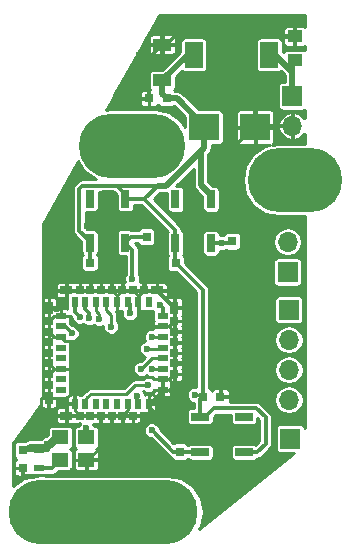
<source format=gtl>
G04 #@! TF.FileFunction,Copper,L1,Top,Signal*
%FSLAX46Y46*%
G04 Gerber Fmt 4.6, Leading zero omitted, Abs format (unit mm)*
G04 Created by KiCad (PCBNEW 4.0.6) date Thu Nov 16 07:28:37 2017*
%MOMM*%
%LPD*%
G01*
G04 APERTURE LIST*
%ADD10C,0.100000*%
%ADD11O,8.000000X5.400000*%
%ADD12O,16.000000X5.400000*%
%ADD13R,0.800000X0.750000*%
%ADD14R,1.250000X1.000000*%
%ADD15R,0.750000X0.800000*%
%ADD16R,1.600000X1.000000*%
%ADD17R,2.500000X2.300000*%
%ADD18R,1.700000X1.700000*%
%ADD19O,1.700000X1.700000*%
%ADD20R,1.500000X2.200000*%
%ADD21R,0.900000X0.500000*%
%ADD22R,0.700000X1.500000*%
%ADD23R,1.000000X1.500000*%
%ADD24R,2.000000X0.800000*%
%ADD25R,1.500000X0.700000*%
%ADD26R,1.500000X1.000000*%
%ADD27R,0.800000X2.000000*%
%ADD28R,0.500000X0.840000*%
%ADD29R,0.840000X0.500000*%
%ADD30R,0.650000X0.650000*%
%ADD31R,1.100000X0.650000*%
%ADD32R,0.650000X1.100000*%
%ADD33R,1.400000X1.200000*%
%ADD34O,9.000000X5.400000*%
%ADD35C,0.600000*%
%ADD36C,0.350000*%
%ADD37C,0.500000*%
%ADD38C,0.250000*%
G04 APERTURE END LIST*
D10*
D11*
X168800000Y-94400000D03*
D12*
X152500000Y-122500000D03*
D13*
X151400000Y-101400000D03*
X152900000Y-101400000D03*
X158700000Y-101450000D03*
X160200000Y-101450000D03*
X160950000Y-112750000D03*
X162450000Y-112750000D03*
D14*
X168750000Y-84250000D03*
X168750000Y-82250000D03*
D13*
X157900000Y-87500000D03*
X156400000Y-87500000D03*
D15*
X156200000Y-99200000D03*
X156200000Y-97700000D03*
X163450000Y-99600000D03*
X163450000Y-98100000D03*
X159000000Y-117400000D03*
X159000000Y-115900000D03*
D16*
X157550000Y-85950000D03*
X157550000Y-82950000D03*
D15*
X145700000Y-117300000D03*
X145700000Y-118800000D03*
D17*
X161100000Y-89950000D03*
X165400000Y-89950000D03*
D18*
X168550000Y-87300000D03*
D19*
X168550000Y-89840000D03*
D18*
X168150000Y-102190000D03*
D19*
X168150000Y-99650000D03*
D18*
X168250000Y-105400000D03*
D19*
X168250000Y-107940000D03*
X168250000Y-110480000D03*
X168250000Y-113020000D03*
D18*
X168350000Y-116300000D03*
D20*
X166600000Y-83800000D03*
X160200000Y-83800000D03*
D21*
X147100000Y-118800000D03*
X147100000Y-117300000D03*
D10*
G36*
X153900000Y-98250000D02*
X153400000Y-99000000D01*
X152400000Y-99000000D01*
X151900000Y-98250000D01*
X153900000Y-98250000D01*
X153900000Y-98250000D01*
G37*
D22*
X154400000Y-99700000D03*
X151400000Y-99700000D03*
X154400000Y-96000000D03*
D23*
X152900000Y-96000000D03*
D22*
X151400000Y-96000000D03*
D23*
X152900000Y-99700000D03*
D10*
G36*
X151900000Y-97450000D02*
X152400000Y-96700000D01*
X153400000Y-96700000D01*
X153900000Y-97450000D01*
X151900000Y-97450000D01*
X151900000Y-97450000D01*
G37*
D24*
X152900000Y-97850000D03*
D10*
G36*
X161150000Y-98300000D02*
X160650000Y-99050000D01*
X159650000Y-99050000D01*
X159150000Y-98300000D01*
X161150000Y-98300000D01*
X161150000Y-98300000D01*
G37*
D22*
X161650000Y-99750000D03*
X158650000Y-99750000D03*
X161650000Y-96050000D03*
D23*
X160150000Y-96050000D03*
D22*
X158650000Y-96050000D03*
D23*
X160150000Y-99750000D03*
D10*
G36*
X159150000Y-97500000D02*
X159650000Y-96750000D01*
X160650000Y-96750000D01*
X161150000Y-97500000D01*
X159150000Y-97500000D01*
X159150000Y-97500000D01*
G37*
D24*
X160150000Y-97900000D03*
D10*
G36*
X162200000Y-116950000D02*
X161450000Y-116450000D01*
X161450000Y-115450000D01*
X162200000Y-114950000D01*
X162200000Y-116950000D01*
X162200000Y-116950000D01*
G37*
D25*
X160750000Y-117450000D03*
X160750000Y-114450000D03*
X164450000Y-117450000D03*
D26*
X164450000Y-115950000D03*
D25*
X164450000Y-114450000D03*
D26*
X160750000Y-115950000D03*
D10*
G36*
X163000000Y-114950000D02*
X163750000Y-115450000D01*
X163750000Y-116450000D01*
X163000000Y-116950000D01*
X163000000Y-114950000D01*
X163000000Y-114950000D01*
G37*
D27*
X162600000Y-115950000D03*
D28*
X150100000Y-113350000D03*
X150100000Y-104730000D03*
X151000000Y-113350000D03*
X151000000Y-104730000D03*
X151900000Y-113350000D03*
X151900000Y-104730000D03*
X152800000Y-113350000D03*
X152800000Y-104730000D03*
X153700000Y-113350000D03*
X153700000Y-104730000D03*
X154600000Y-113350000D03*
X154600000Y-104730000D03*
X155500000Y-113350000D03*
X155500000Y-104730000D03*
X156400000Y-113350000D03*
X156400000Y-104730000D03*
D29*
X148940000Y-112190000D03*
X148940000Y-111290000D03*
X148940000Y-110390000D03*
X148940000Y-109490000D03*
X148940000Y-108590000D03*
X148940000Y-107690000D03*
X148940000Y-106790000D03*
X148940000Y-105890000D03*
X157560000Y-112190000D03*
X157560000Y-111290000D03*
X157560000Y-110390000D03*
X157560000Y-109490000D03*
X157560000Y-108590000D03*
X157560000Y-107690000D03*
X157560000Y-106790000D03*
X157560000Y-105890000D03*
D30*
X150550000Y-114345000D03*
X150550000Y-103735000D03*
X151450000Y-114345000D03*
X151450000Y-103735000D03*
X152350000Y-114345000D03*
X152350000Y-103735000D03*
X153250000Y-114345000D03*
X153250000Y-103735000D03*
X154150000Y-114345000D03*
X154150000Y-103735000D03*
X155050000Y-114345000D03*
X155050000Y-103735000D03*
X155950000Y-114345000D03*
X155950000Y-103735000D03*
X147945000Y-111740000D03*
X147945000Y-110840000D03*
X147945000Y-109940000D03*
X147945000Y-109040000D03*
X147945000Y-108140000D03*
X147945000Y-107240000D03*
X147945000Y-106340000D03*
X158555000Y-111740000D03*
X158555000Y-110840000D03*
X158555000Y-109940000D03*
X158555000Y-109040000D03*
X158555000Y-108140000D03*
X158555000Y-107240000D03*
X158555000Y-106340000D03*
D31*
X149420000Y-114345000D03*
X149420000Y-103735000D03*
X157080000Y-114345000D03*
X157080000Y-103735000D03*
D32*
X147945000Y-112870000D03*
X147945000Y-105210000D03*
X158555000Y-112870000D03*
X158555000Y-105210000D03*
D33*
X148900000Y-116200000D03*
X151100000Y-116200000D03*
X148900000Y-118100000D03*
X151100000Y-118100000D03*
D34*
X155000000Y-91500000D03*
D35*
X160300000Y-112600000D03*
X146600000Y-115900000D03*
X145200004Y-119600000D03*
X166300000Y-97700000D03*
X156500000Y-105650030D03*
X151200000Y-98300000D03*
X160000000Y-94100000D03*
X159400000Y-94800000D03*
X158899994Y-88900000D03*
X162200000Y-121900000D03*
X166600000Y-118800000D03*
X153400000Y-111800000D03*
X160000000Y-105400000D03*
X152400000Y-107900000D03*
X165500004Y-115400000D03*
X165500000Y-116300000D03*
X159400000Y-114900000D03*
X163100000Y-118200000D03*
X162000000Y-118200000D03*
X150000000Y-119000000D03*
X156400000Y-118100000D03*
X153000000Y-115800000D03*
X163200000Y-81300000D03*
X163400000Y-91500000D03*
X162200000Y-94300000D03*
X162100000Y-104300000D03*
X164000000Y-101400000D03*
X160600000Y-102200000D03*
X157400000Y-96100000D03*
X158600000Y-97500000D03*
X154900000Y-108000000D03*
X155100000Y-109400000D03*
X150100000Y-112300000D03*
X150700000Y-109700000D03*
X164600000Y-106500000D03*
X162200000Y-109500000D03*
X160000000Y-109500000D03*
X158400000Y-102600000D03*
X148600000Y-97900000D03*
X148100000Y-102300000D03*
X154000000Y-101400000D03*
X156100000Y-101000000D03*
X157400000Y-99100000D03*
X155800000Y-96800000D03*
X151300000Y-97500000D03*
X158000000Y-80700000D03*
X155600000Y-83800000D03*
X153200000Y-88200000D03*
X159500000Y-86300000D03*
X166600000Y-86000000D03*
X168800000Y-81100000D03*
X156100000Y-102850000D03*
X148200000Y-114100000D03*
X158300000Y-114100000D03*
X150059015Y-106620400D03*
X163400000Y-112800000D03*
X162600000Y-114500000D03*
X148601392Y-105297216D03*
X162000000Y-97900000D03*
X154750000Y-97850000D03*
X155000000Y-102750000D03*
X154800000Y-105700000D03*
X162550000Y-99750000D03*
X147800000Y-116750000D03*
X157300000Y-105000000D03*
X155376462Y-112710360D03*
X156650000Y-115600000D03*
X150539225Y-105980543D03*
X153200000Y-106825010D03*
X152200000Y-106200000D03*
X156650000Y-107700000D03*
X156250000Y-108700000D03*
X156650000Y-110400000D03*
X155750000Y-110400000D03*
X156336868Y-111758085D03*
X151329577Y-106104492D03*
X149857949Y-107394732D03*
X151100000Y-115400000D03*
D36*
X151400000Y-99700000D02*
X151400000Y-99600000D01*
X150749999Y-94874999D02*
X153674999Y-94874999D01*
X151400000Y-99600000D02*
X150500000Y-98700000D01*
X150500000Y-98700000D02*
X150500000Y-95124998D01*
X150500000Y-95124998D02*
X150749999Y-94874999D01*
D37*
X161100000Y-91654786D02*
X160800000Y-91954786D01*
X160800000Y-91954786D02*
X160800000Y-94800000D01*
X160800000Y-94800000D02*
X161650000Y-95650000D01*
X161100000Y-89950000D02*
X161100000Y-91654786D01*
X161100000Y-91654786D02*
X157879787Y-94874999D01*
X157879787Y-94874999D02*
X157150000Y-94874999D01*
X158800000Y-87500000D02*
X161100000Y-89800000D01*
X157900000Y-87500000D02*
X158800000Y-87500000D01*
X161100000Y-89800000D02*
X161100000Y-89950000D01*
D36*
X160750000Y-114450000D02*
X161150000Y-114450000D01*
X166275001Y-116724999D02*
X165550000Y-117450000D01*
X161150000Y-114450000D02*
X161875001Y-113724999D01*
X161875001Y-113724999D02*
X165500001Y-113724999D01*
X165500001Y-113724999D02*
X166275001Y-114499999D01*
X166275001Y-114499999D02*
X166275001Y-116724999D01*
X165550000Y-117450000D02*
X164450000Y-117450000D01*
D37*
X157550000Y-85950000D02*
X157550000Y-87150000D01*
X157550000Y-87150000D02*
X157900000Y-87500000D01*
X160200000Y-83800000D02*
X159700000Y-83800000D01*
X159700000Y-83800000D02*
X157550000Y-85950000D01*
D38*
X160300000Y-112600000D02*
X160800000Y-112600000D01*
X160800000Y-112600000D02*
X160950000Y-112750000D01*
D36*
X160750000Y-114450000D02*
X160750000Y-112950000D01*
X160750000Y-112950000D02*
X160950000Y-112750000D01*
X158700000Y-101450000D02*
X158725000Y-101450000D01*
X158725000Y-101450000D02*
X160950000Y-103675000D01*
X160950000Y-103675000D02*
X160950000Y-112025000D01*
X160950000Y-112025000D02*
X160950000Y-112750000D01*
X160200000Y-83800000D02*
X160200000Y-84150000D01*
X151400000Y-99700000D02*
X151400000Y-101400000D01*
X158650000Y-99750000D02*
X158650000Y-101400000D01*
X158650000Y-101400000D02*
X158700000Y-101450000D01*
X153674999Y-94874999D02*
X157150000Y-94874999D01*
X156000000Y-96000000D02*
X156024999Y-96000000D01*
X156024999Y-96000000D02*
X157150000Y-94874999D01*
X160874999Y-94874999D02*
X161650000Y-95650000D01*
X161650000Y-95650000D02*
X161650000Y-96050000D01*
X154400000Y-96000000D02*
X156000000Y-96000000D01*
X156000000Y-96000000D02*
X158650000Y-98650000D01*
X158650000Y-98650000D02*
X158650000Y-99750000D01*
X154400000Y-95600000D02*
X154400000Y-96000000D01*
X153674999Y-94874999D02*
X154400000Y-95600000D01*
D38*
X147945000Y-112870000D02*
X147330000Y-112870000D01*
X147330000Y-112870000D02*
X147300000Y-112900000D01*
X147300000Y-112900000D02*
X147300000Y-114775736D01*
X147300000Y-114775736D02*
X146700000Y-115375736D01*
X146600000Y-115475736D02*
X146600000Y-115900000D01*
X146700000Y-115375736D02*
X146600000Y-115475736D01*
X146700000Y-115100000D02*
X146700000Y-115375736D01*
X146600000Y-115000000D02*
X146700000Y-115100000D01*
X145700000Y-118800000D02*
X145700000Y-119275732D01*
X145700000Y-119275732D02*
X145824268Y-119400000D01*
X145824268Y-119400000D02*
X145624268Y-119600000D01*
X149600000Y-119400000D02*
X145824268Y-119400000D01*
X145624268Y-119600000D02*
X145200004Y-119600000D01*
X150000000Y-119000000D02*
X149600000Y-119400000D01*
X166000001Y-97400001D02*
X166300000Y-97700000D01*
X162900000Y-94300000D02*
X166000001Y-97400001D01*
X162200000Y-94300000D02*
X162900000Y-94300000D01*
D36*
X157080000Y-103735000D02*
X158555000Y-105210000D01*
D38*
X156500000Y-106074294D02*
X156500000Y-105650030D01*
X156500000Y-106400000D02*
X156500000Y-106074294D01*
X154900000Y-108000000D02*
X156500000Y-106400000D01*
D36*
X157400000Y-99100000D02*
X157400000Y-98900000D01*
X157400000Y-98900000D02*
X156200000Y-97700000D01*
X151300000Y-97500000D02*
X151300000Y-98200000D01*
X151300000Y-98200000D02*
X151200000Y-98300000D01*
X160150000Y-96050000D02*
X160150000Y-95550000D01*
X160150000Y-95550000D02*
X159400000Y-94800000D01*
X158599995Y-88600001D02*
X158899994Y-88900000D01*
X158424984Y-88424990D02*
X158599995Y-88600001D01*
X153200000Y-88200000D02*
X153624264Y-88200000D01*
X153624264Y-88200000D02*
X153849254Y-88424990D01*
X153849254Y-88424990D02*
X158424984Y-88424990D01*
D38*
X162499999Y-121600001D02*
X162200000Y-121900000D01*
X163100000Y-121000000D02*
X162499999Y-121600001D01*
X163100000Y-118200000D02*
X163100000Y-121000000D01*
X150100000Y-112300000D02*
X151058587Y-112300000D01*
X151058587Y-112300000D02*
X151558587Y-111800000D01*
X151558587Y-111800000D02*
X153400000Y-111800000D01*
X148200000Y-114100000D02*
X150000000Y-112300000D01*
X150000000Y-112300000D02*
X150100000Y-112300000D01*
X147400000Y-104300000D02*
X147400000Y-105300000D01*
X147490000Y-105210000D02*
X147400000Y-105300000D01*
X147400000Y-105300000D02*
X147400000Y-106300000D01*
X147945000Y-105210000D02*
X147490000Y-105210000D01*
X147440000Y-106340000D02*
X147400000Y-106300000D01*
X147400000Y-106300000D02*
X147400000Y-107300000D01*
X147945000Y-106340000D02*
X147440000Y-106340000D01*
X147400000Y-107300000D02*
X147400000Y-108100000D01*
X147945000Y-107240000D02*
X147460000Y-107240000D01*
X147460000Y-107240000D02*
X147400000Y-107300000D01*
X147400000Y-108100000D02*
X147400000Y-109100000D01*
X147945000Y-108140000D02*
X147440000Y-108140000D01*
X147440000Y-108140000D02*
X147400000Y-108100000D01*
X147400000Y-109100000D02*
X147400000Y-109900000D01*
X147945000Y-109040000D02*
X147460000Y-109040000D01*
X147460000Y-109040000D02*
X147400000Y-109100000D01*
X147400000Y-109900000D02*
X147400000Y-110800000D01*
X147440000Y-110840000D02*
X147400000Y-110800000D01*
X147400000Y-110800000D02*
X147400000Y-111800000D01*
X147945000Y-110840000D02*
X147440000Y-110840000D01*
X147440000Y-109940000D02*
X147400000Y-109900000D01*
X147945000Y-109940000D02*
X147440000Y-109940000D01*
X147400000Y-111800000D02*
X147400000Y-112740000D01*
X147400000Y-111800000D02*
X147885000Y-111800000D01*
X147885000Y-111800000D02*
X147945000Y-111740000D01*
X148100000Y-103600000D02*
X147400000Y-104300000D01*
X148100000Y-102300000D02*
X148100000Y-103600000D01*
X147945000Y-106340000D02*
X148395000Y-105890000D01*
X148395000Y-105890000D02*
X148940000Y-105890000D01*
X158555000Y-105210000D02*
X159810000Y-105210000D01*
X159810000Y-105210000D02*
X160000000Y-105400000D01*
X155950000Y-103735000D02*
X155500000Y-104185000D01*
X155500000Y-104730000D02*
X155500000Y-104185000D01*
X155500000Y-104185000D02*
X155050000Y-103735000D01*
X153700000Y-104185000D02*
X154150000Y-103735000D01*
X153700000Y-104730000D02*
X153700000Y-104185000D01*
X153700000Y-104185000D02*
X153250000Y-103735000D01*
X158105000Y-106790000D02*
X158555000Y-107240000D01*
X157560000Y-106790000D02*
X158105000Y-106790000D01*
X158105000Y-106790000D02*
X158555000Y-106340000D01*
X150700000Y-109700000D02*
X152400000Y-108000000D01*
X152400000Y-108000000D02*
X152400000Y-107900000D01*
X165500000Y-116300000D02*
X164800000Y-116300000D01*
X164800000Y-116300000D02*
X164450000Y-115950000D01*
X165500004Y-115400000D02*
X165500004Y-116299996D01*
X165500004Y-116299996D02*
X165500000Y-116300000D01*
X164950004Y-115950000D02*
X165200005Y-115699999D01*
X162600000Y-115950000D02*
X164950004Y-115950000D01*
X165200005Y-115699999D02*
X165500004Y-115400000D01*
X159000000Y-115900000D02*
X159000000Y-115300000D01*
X159000000Y-115300000D02*
X159400000Y-114900000D01*
X163100000Y-118200000D02*
X163100000Y-116450000D01*
X163100000Y-116450000D02*
X162600000Y-115950000D01*
X156400000Y-118100000D02*
X156699999Y-118399999D01*
X156699999Y-118399999D02*
X161800001Y-118399999D01*
X161800001Y-118399999D02*
X162000000Y-118200000D01*
X156400000Y-118100000D02*
X155975736Y-118100000D01*
X155975736Y-118100000D02*
X151100000Y-118100000D01*
X151100000Y-118100000D02*
X151200000Y-118100000D01*
X151200000Y-118100000D02*
X153000000Y-116300000D01*
X153000000Y-116300000D02*
X153000000Y-115800000D01*
X158000000Y-80700000D02*
X162600000Y-80700000D01*
X162600000Y-80700000D02*
X163200000Y-81300000D01*
X164000000Y-101400000D02*
X164000000Y-102400000D01*
X164000000Y-102400000D02*
X162100000Y-104300000D01*
X160200000Y-101450000D02*
X160200000Y-101800000D01*
X160200000Y-101800000D02*
X160600000Y-102200000D01*
X160150000Y-97900000D02*
X159000000Y-97900000D01*
X159000000Y-97900000D02*
X158600000Y-97500000D01*
X157560000Y-112190000D02*
X156890000Y-112190000D01*
X156400000Y-112680000D02*
X156400000Y-113350000D01*
X156890000Y-112190000D02*
X156400000Y-112680000D01*
X157560000Y-112190000D02*
X156400000Y-113350000D01*
X158105000Y-111290000D02*
X158555000Y-111740000D01*
X158555000Y-112870000D02*
X158555000Y-112640000D01*
X158555000Y-112640000D02*
X158105000Y-112190000D01*
X157560000Y-112190000D02*
X158105000Y-112190000D01*
X158105000Y-112190000D02*
X158555000Y-111740000D01*
X157560000Y-111290000D02*
X158105000Y-111290000D01*
X158105000Y-111290000D02*
X158555000Y-110840000D01*
X155100000Y-111100000D02*
X156700000Y-111100000D01*
X156700000Y-111100000D02*
X156890000Y-111290000D01*
X156890000Y-111290000D02*
X157560000Y-111290000D01*
X154800001Y-110800001D02*
X155100000Y-111100000D01*
X155100000Y-109400000D02*
X154800001Y-109699999D01*
X154800001Y-109699999D02*
X154800001Y-110800001D01*
X150700000Y-109700000D02*
X154800000Y-109700000D01*
X154800000Y-109700000D02*
X155100000Y-109400000D01*
X154600000Y-113350000D02*
X154600000Y-113895000D01*
X154600000Y-113895000D02*
X154150000Y-114345000D01*
X150100000Y-113350000D02*
X150100000Y-113895000D01*
X150100000Y-113895000D02*
X150550000Y-114345000D01*
X147945000Y-110840000D02*
X148395000Y-110390000D01*
X148940000Y-110390000D02*
X148395000Y-110390000D01*
X148395000Y-110390000D02*
X147945000Y-109940000D01*
X149900000Y-108294998D02*
X149900000Y-108900000D01*
X149900000Y-108900000D02*
X150700000Y-109700000D01*
X148940000Y-107690000D02*
X149264999Y-108014999D01*
X149264999Y-108014999D02*
X149620001Y-108014999D01*
X149620001Y-108014999D02*
X149900000Y-108294998D01*
X148940000Y-107690000D02*
X148395000Y-107690000D01*
X148395000Y-107690000D02*
X147945000Y-107240000D01*
D36*
X162200000Y-109500000D02*
X162200000Y-108900000D01*
X162200000Y-108900000D02*
X164600000Y-106500000D01*
X158555000Y-109940000D02*
X159560000Y-109940000D01*
X159560000Y-109940000D02*
X160000000Y-109500000D01*
X156100000Y-102850000D02*
X158150000Y-102850000D01*
X158150000Y-102850000D02*
X158400000Y-102600000D01*
X154000000Y-101400000D02*
X153100000Y-102300000D01*
X153100000Y-102300000D02*
X148100000Y-102300000D01*
X157400000Y-99100000D02*
X157400000Y-99700000D01*
X157400000Y-99700000D02*
X156100000Y-101000000D01*
X154750000Y-97850000D02*
X155800000Y-96800000D01*
X152900000Y-97850000D02*
X151650000Y-97850000D01*
X151650000Y-97850000D02*
X151300000Y-97500000D01*
X157550000Y-82950000D02*
X157550000Y-81150000D01*
X157550000Y-81150000D02*
X158000000Y-80700000D01*
X155600000Y-83800000D02*
X156700000Y-83800000D01*
X156700000Y-83800000D02*
X157550000Y-82950000D01*
X166600000Y-86000000D02*
X159800000Y-86000000D01*
X159800000Y-86000000D02*
X159500000Y-86300000D01*
X168750000Y-82250000D02*
X168750000Y-81150000D01*
X168750000Y-81150000D02*
X168800000Y-81100000D01*
X156100000Y-102850000D02*
X156100000Y-103585000D01*
X156100000Y-103585000D02*
X155950000Y-103735000D01*
X149420000Y-114345000D02*
X148445000Y-114345000D01*
X148445000Y-114345000D02*
X148200000Y-114100000D01*
X147945000Y-112870000D02*
X147945000Y-113845000D01*
X147945000Y-113845000D02*
X148200000Y-114100000D01*
X151100000Y-118100000D02*
X152150000Y-118100000D01*
X152150000Y-118100000D02*
X152350000Y-117900000D01*
X152350000Y-117900000D02*
X152350000Y-115020000D01*
X152350000Y-115020000D02*
X152350000Y-114345000D01*
X159000000Y-115900000D02*
X160700000Y-115900000D01*
X160700000Y-115900000D02*
X160750000Y-115950000D01*
X159000000Y-115900000D02*
X159000000Y-114800000D01*
X159000000Y-114800000D02*
X158300000Y-114100000D01*
X156400000Y-113350000D02*
X156400000Y-113665000D01*
X156400000Y-113665000D02*
X157080000Y-114345000D01*
X158300000Y-114100000D02*
X157325000Y-114100000D01*
X157325000Y-114100000D02*
X157080000Y-114345000D01*
D38*
X149610000Y-105890000D02*
X149759016Y-106039016D01*
X148940000Y-105890000D02*
X149610000Y-105890000D01*
X149759016Y-106039016D02*
X149759016Y-106320401D01*
X149759016Y-106320401D02*
X150059015Y-106620400D01*
D36*
X163400000Y-112800000D02*
X162500000Y-112800000D01*
X162500000Y-112800000D02*
X162450000Y-112750000D01*
X162600000Y-115950000D02*
X162600000Y-114500000D01*
D38*
X148601392Y-105297216D02*
X148032216Y-105297216D01*
X148032216Y-105297216D02*
X147945000Y-105210000D01*
D36*
X167625000Y-82100000D02*
X163500000Y-82100000D01*
X163500000Y-82100000D02*
X158700000Y-82100000D01*
X165400000Y-89950000D02*
X165400000Y-88450000D01*
X165400000Y-88450000D02*
X163500000Y-86550000D01*
X163500000Y-86550000D02*
X163500000Y-82100000D01*
X163450000Y-98100000D02*
X163450000Y-91800000D01*
X163450000Y-91800000D02*
X165300000Y-89950000D01*
X165300000Y-89950000D02*
X165400000Y-89950000D01*
X160200000Y-101450000D02*
X160200000Y-99800000D01*
X160200000Y-99800000D02*
X160150000Y-99750000D01*
X152900000Y-99700000D02*
X152900000Y-101400000D01*
X162000000Y-97900000D02*
X163250000Y-97900000D01*
X160150000Y-97900000D02*
X162000000Y-97900000D01*
X154750000Y-97850000D02*
X156050000Y-97850000D01*
X152900000Y-97850000D02*
X154750000Y-97850000D01*
X156050000Y-97850000D02*
X156200000Y-97700000D01*
X163250000Y-97900000D02*
X163450000Y-98100000D01*
X157550000Y-82950000D02*
X157550000Y-83800000D01*
X157550000Y-83800000D02*
X156374999Y-84975001D01*
X156374999Y-84975001D02*
X156374999Y-86749999D01*
X156374999Y-86749999D02*
X156400000Y-86775000D01*
X156400000Y-86775000D02*
X156400000Y-87500000D01*
X168750000Y-82250000D02*
X167775000Y-82250000D01*
X167775000Y-82250000D02*
X167625000Y-82100000D01*
X158700000Y-82100000D02*
X157850000Y-82950000D01*
X157850000Y-82950000D02*
X157550000Y-82950000D01*
X168550000Y-89840000D02*
X165510000Y-89840000D01*
X165510000Y-89840000D02*
X165400000Y-89950000D01*
D37*
X166600000Y-83800000D02*
X167100000Y-83800000D01*
X167100000Y-83800000D02*
X168550000Y-85250000D01*
X168550000Y-85250000D02*
X168550000Y-85600000D01*
X168550000Y-87300000D02*
X168550000Y-85600000D01*
X168550000Y-85600000D02*
X168550000Y-84450000D01*
D36*
X168550000Y-84450000D02*
X168750000Y-84250000D01*
X156200000Y-99200000D02*
X154900000Y-99200000D01*
X154900000Y-99200000D02*
X154400000Y-99700000D01*
X155000000Y-102750000D02*
X155000000Y-100300000D01*
X155000000Y-100300000D02*
X154400000Y-99700000D01*
X154800000Y-105700000D02*
X154800000Y-104930000D01*
X154800000Y-104930000D02*
X154600000Y-104730000D01*
X148200000Y-116350000D02*
X147800000Y-116750000D01*
X146500000Y-117225000D02*
X147325000Y-117225000D01*
X147325000Y-117225000D02*
X147800000Y-116750000D01*
X145700000Y-117300000D02*
X146425000Y-117300000D01*
X146425000Y-117300000D02*
X146500000Y-117225000D01*
X145700000Y-117300000D02*
X145900000Y-117300000D01*
X148200000Y-116900000D02*
X148900000Y-116200000D01*
X145900000Y-117300000D02*
X146300000Y-116900000D01*
X146300000Y-116900000D02*
X148200000Y-116900000D01*
X145700000Y-117300000D02*
X147800000Y-117300000D01*
X147800000Y-117300000D02*
X147850000Y-117250000D01*
X147850000Y-117250000D02*
X147850000Y-117150000D01*
X147850000Y-117150000D02*
X148800000Y-116200000D01*
X148800000Y-116200000D02*
X148900000Y-116200000D01*
X145700000Y-117300000D02*
X147100000Y-117300000D01*
X162550000Y-99750000D02*
X163300000Y-99750000D01*
X161650000Y-99750000D02*
X162550000Y-99750000D01*
X147800000Y-116750000D02*
X147650000Y-116750000D01*
X147650000Y-116750000D02*
X147100000Y-117300000D01*
X147800000Y-116750000D02*
X148350000Y-116750000D01*
X148350000Y-116750000D02*
X148900000Y-116200000D01*
X157560000Y-105350000D02*
X157560000Y-105890000D01*
X157560000Y-105350000D02*
X157560000Y-105260000D01*
X157560000Y-105260000D02*
X157300000Y-105000000D01*
X163300000Y-99750000D02*
X163450000Y-99600000D01*
X155500000Y-113350000D02*
X155376462Y-113226462D01*
X155376462Y-113226462D02*
X155376462Y-113134624D01*
X155376462Y-113134624D02*
X155376462Y-112710360D01*
X159000000Y-117400000D02*
X158450000Y-117400000D01*
X158450000Y-117400000D02*
X156650000Y-115600000D01*
X160750000Y-117450000D02*
X159050000Y-117450000D01*
X159050000Y-117450000D02*
X159000000Y-117400000D01*
X150239226Y-105680544D02*
X150539225Y-105980543D01*
X150100000Y-104730000D02*
X150100000Y-105541318D01*
X150100000Y-105541318D02*
X150239226Y-105680544D01*
D38*
X153200000Y-106400746D02*
X153200000Y-106825010D01*
X152800000Y-105400000D02*
X153200000Y-105800000D01*
X152800000Y-104730000D02*
X152800000Y-105400000D01*
X153200000Y-105800000D02*
X153200000Y-106400746D01*
X152200000Y-105775736D02*
X152200000Y-106200000D01*
X151900000Y-105475736D02*
X152200000Y-105775736D01*
X151900000Y-104730000D02*
X151900000Y-105475736D01*
X157560000Y-107690000D02*
X156660000Y-107690000D01*
X156660000Y-107690000D02*
X156650000Y-107700000D01*
X156250000Y-108700000D02*
X157450000Y-108700000D01*
X157450000Y-108700000D02*
X157560000Y-108590000D01*
X157560000Y-110390000D02*
X156660000Y-110390000D01*
X156660000Y-110390000D02*
X156650000Y-110400000D01*
X157560000Y-109490000D02*
X156660000Y-109490000D01*
X156660000Y-109490000D02*
X155750000Y-110400000D01*
X151000000Y-113350000D02*
X151000000Y-113000000D01*
X151000000Y-113000000D02*
X151200000Y-112800000D01*
X151200000Y-112800000D02*
X151200000Y-112794998D01*
X151200000Y-112794998D02*
X151494998Y-112500000D01*
X151494998Y-112500000D02*
X154500000Y-112500000D01*
X154500000Y-112500000D02*
X155241915Y-111758085D01*
X155241915Y-111758085D02*
X155912604Y-111758085D01*
X155912604Y-111758085D02*
X156336868Y-111758085D01*
D36*
X151000000Y-105350651D02*
X151329577Y-105680228D01*
X151000000Y-104730000D02*
X151000000Y-105350651D01*
X151329577Y-105680228D02*
X151329577Y-106104492D01*
X147100000Y-118800000D02*
X148200000Y-118800000D01*
X148200000Y-118800000D02*
X148900000Y-118100000D01*
D38*
X149857949Y-107394732D02*
X149253217Y-106790000D01*
X149253217Y-106790000D02*
X148940000Y-106790000D01*
X151100000Y-116200000D02*
X151100000Y-115400000D01*
G36*
X169575000Y-81426945D02*
X169449592Y-81375000D01*
X168868750Y-81375000D01*
X168775000Y-81468750D01*
X168775000Y-82225000D01*
X168795000Y-82225000D01*
X168795000Y-82275000D01*
X168775000Y-82275000D01*
X168775000Y-83031250D01*
X168868750Y-83125000D01*
X169449592Y-83125000D01*
X169575000Y-83073055D01*
X169575000Y-83432792D01*
X169523754Y-83397777D01*
X169375000Y-83367654D01*
X168125000Y-83367654D01*
X167986034Y-83393802D01*
X167858401Y-83475931D01*
X167777791Y-83593907D01*
X167732346Y-83548462D01*
X167732346Y-82700000D01*
X167706198Y-82561034D01*
X167624069Y-82433401D01*
X167529450Y-82368750D01*
X167750000Y-82368750D01*
X167750000Y-82824592D01*
X167807090Y-82962420D01*
X167912579Y-83067910D01*
X168050408Y-83125000D01*
X168631250Y-83125000D01*
X168725000Y-83031250D01*
X168725000Y-82275000D01*
X167843750Y-82275000D01*
X167750000Y-82368750D01*
X167529450Y-82368750D01*
X167498754Y-82347777D01*
X167350000Y-82317654D01*
X165850000Y-82317654D01*
X165711034Y-82343802D01*
X165583401Y-82425931D01*
X165497777Y-82551246D01*
X165467654Y-82700000D01*
X165467654Y-84900000D01*
X165493802Y-85038966D01*
X165575931Y-85166599D01*
X165701246Y-85252223D01*
X165850000Y-85282346D01*
X167350000Y-85282346D01*
X167488966Y-85256198D01*
X167600527Y-85184411D01*
X167925000Y-85508884D01*
X167925000Y-86067654D01*
X167700000Y-86067654D01*
X167561034Y-86093802D01*
X167433401Y-86175931D01*
X167347777Y-86301246D01*
X167317654Y-86450000D01*
X167317654Y-88150000D01*
X167343802Y-88288966D01*
X167425931Y-88416599D01*
X167551246Y-88502223D01*
X167700000Y-88532346D01*
X169400000Y-88532346D01*
X169538966Y-88506198D01*
X169575000Y-88483011D01*
X169575000Y-89184929D01*
X169555536Y-89140337D01*
X169211245Y-88808794D01*
X168766285Y-88634243D01*
X168575000Y-88709003D01*
X168575000Y-89815000D01*
X168595000Y-89815000D01*
X168595000Y-89865000D01*
X168575000Y-89865000D01*
X168575000Y-90970997D01*
X168766285Y-91045757D01*
X169211245Y-90871206D01*
X169555536Y-90539663D01*
X169575000Y-90495071D01*
X169575000Y-91325000D01*
X167414289Y-91325000D01*
X166784095Y-91450353D01*
X166862420Y-91417910D01*
X166967910Y-91312421D01*
X167025000Y-91174592D01*
X167025000Y-90068750D01*
X167012535Y-90056285D01*
X167344245Y-90056285D01*
X167353256Y-90101602D01*
X167544464Y-90539663D01*
X167888755Y-90871206D01*
X168333715Y-91045757D01*
X168525000Y-90970997D01*
X168525000Y-89865000D01*
X167419026Y-89865000D01*
X167344245Y-90056285D01*
X167012535Y-90056285D01*
X166931250Y-89975000D01*
X165425000Y-89975000D01*
X165425000Y-91381250D01*
X165518750Y-91475000D01*
X166660186Y-91475000D01*
X166237537Y-91559070D01*
X165239936Y-92225647D01*
X164573359Y-93223248D01*
X164339289Y-94400000D01*
X164573359Y-95576752D01*
X165239936Y-96574353D01*
X166237537Y-97240930D01*
X167414289Y-97475000D01*
X169575000Y-97475000D01*
X169575000Y-115410959D01*
X169556198Y-115311034D01*
X169474069Y-115183401D01*
X169348754Y-115097777D01*
X169200000Y-115067654D01*
X167500000Y-115067654D01*
X167361034Y-115093802D01*
X167233401Y-115175931D01*
X167147777Y-115301246D01*
X167117654Y-115450000D01*
X167117654Y-117150000D01*
X167143802Y-117288966D01*
X167225931Y-117416599D01*
X167351246Y-117502223D01*
X167500000Y-117532346D01*
X168654235Y-117532346D01*
X160611240Y-123966743D01*
X160805006Y-123676752D01*
X161039076Y-122500000D01*
X160805006Y-121323248D01*
X160138429Y-120325647D01*
X159140828Y-119659070D01*
X157964076Y-119425000D01*
X147589041Y-119425000D01*
X147688966Y-119406198D01*
X147776301Y-119350000D01*
X148200000Y-119350000D01*
X148410476Y-119308134D01*
X148588909Y-119188909D01*
X148695472Y-119082346D01*
X149600000Y-119082346D01*
X149738966Y-119056198D01*
X149866599Y-118974069D01*
X149952223Y-118848754D01*
X149982346Y-118700000D01*
X149982346Y-118218750D01*
X150025000Y-118218750D01*
X150025000Y-118774592D01*
X150082090Y-118912421D01*
X150187580Y-119017910D01*
X150325408Y-119075000D01*
X150981250Y-119075000D01*
X151075000Y-118981250D01*
X151075000Y-118125000D01*
X151125000Y-118125000D01*
X151125000Y-118981250D01*
X151218750Y-119075000D01*
X151874592Y-119075000D01*
X152012420Y-119017910D01*
X152117910Y-118912421D01*
X152175000Y-118774592D01*
X152175000Y-118218750D01*
X152081250Y-118125000D01*
X151125000Y-118125000D01*
X151075000Y-118125000D01*
X150118750Y-118125000D01*
X150025000Y-118218750D01*
X149982346Y-118218750D01*
X149982346Y-117500000D01*
X149956198Y-117361034D01*
X149874069Y-117233401D01*
X149750354Y-117148870D01*
X149866599Y-117074069D01*
X149952223Y-116948754D01*
X149982346Y-116800000D01*
X149982346Y-115600000D01*
X149956198Y-115461034D01*
X149874069Y-115333401D01*
X149748754Y-115247777D01*
X149600000Y-115217654D01*
X148200000Y-115217654D01*
X148061034Y-115243802D01*
X147933401Y-115325931D01*
X147847777Y-115451246D01*
X147817654Y-115600000D01*
X147817654Y-115956707D01*
X147811091Y-115961092D01*
X147697273Y-116074910D01*
X147666323Y-116074883D01*
X147418143Y-116177429D01*
X147245271Y-116350000D01*
X146300000Y-116350000D01*
X146089524Y-116391866D01*
X145911091Y-116511091D01*
X145911089Y-116511094D01*
X145904529Y-116517654D01*
X145325000Y-116517654D01*
X145186034Y-116543802D01*
X145058401Y-116625931D01*
X144972777Y-116751246D01*
X144942654Y-116900000D01*
X144942654Y-117700000D01*
X144968802Y-117838966D01*
X145050931Y-117966599D01*
X145176246Y-118052223D01*
X145181914Y-118053371D01*
X145112579Y-118082090D01*
X145007090Y-118187580D01*
X144950000Y-118325408D01*
X144950000Y-118681250D01*
X145043750Y-118775000D01*
X145675000Y-118775000D01*
X145675000Y-118755000D01*
X145725000Y-118755000D01*
X145725000Y-118775000D01*
X145745000Y-118775000D01*
X145745000Y-118825000D01*
X145725000Y-118825000D01*
X145725000Y-119481250D01*
X145818750Y-119575000D01*
X146149592Y-119575000D01*
X146287421Y-119517910D01*
X146392910Y-119412420D01*
X146420100Y-119346778D01*
X146501246Y-119402223D01*
X146650000Y-119432346D01*
X146998993Y-119432346D01*
X145859172Y-119659070D01*
X144925000Y-120283265D01*
X144925000Y-118918750D01*
X144950000Y-118918750D01*
X144950000Y-119274592D01*
X145007090Y-119412420D01*
X145112579Y-119517910D01*
X145250408Y-119575000D01*
X145581250Y-119575000D01*
X145675000Y-119481250D01*
X145675000Y-118825000D01*
X145043750Y-118825000D01*
X144950000Y-118918750D01*
X144925000Y-118918750D01*
X144925000Y-116636198D01*
X146476748Y-114463750D01*
X148495000Y-114463750D01*
X148495000Y-114744592D01*
X148552090Y-114882420D01*
X148657579Y-114987910D01*
X148795408Y-115045000D01*
X149301250Y-115045000D01*
X149395000Y-114951250D01*
X149395000Y-114370000D01*
X149445000Y-114370000D01*
X149445000Y-114951250D01*
X149538750Y-115045000D01*
X150044592Y-115045000D01*
X150097500Y-115023085D01*
X150150408Y-115045000D01*
X150431250Y-115045000D01*
X150524998Y-114951252D01*
X150524998Y-115024607D01*
X150444837Y-115217654D01*
X150400000Y-115217654D01*
X150261034Y-115243802D01*
X150133401Y-115325931D01*
X150047777Y-115451246D01*
X150017654Y-115600000D01*
X150017654Y-116800000D01*
X150043802Y-116938966D01*
X150125931Y-117066599D01*
X150251246Y-117152223D01*
X150256914Y-117153371D01*
X150187580Y-117182090D01*
X150082090Y-117287579D01*
X150025000Y-117425408D01*
X150025000Y-117981250D01*
X150118750Y-118075000D01*
X151075000Y-118075000D01*
X151075000Y-118055000D01*
X151125000Y-118055000D01*
X151125000Y-118075000D01*
X152081250Y-118075000D01*
X152175000Y-117981250D01*
X152175000Y-117425408D01*
X152117910Y-117287579D01*
X152012420Y-117182090D01*
X151943252Y-117153440D01*
X152066599Y-117074069D01*
X152152223Y-116948754D01*
X152182346Y-116800000D01*
X152182346Y-115733677D01*
X155974883Y-115733677D01*
X156077429Y-115981857D01*
X156267144Y-116171903D01*
X156515145Y-116274883D01*
X156547093Y-116274911D01*
X158061089Y-117788906D01*
X158061091Y-117788909D01*
X158211672Y-117889524D01*
X158239524Y-117908134D01*
X158263913Y-117912985D01*
X158268802Y-117938966D01*
X158350931Y-118066599D01*
X158476246Y-118152223D01*
X158625000Y-118182346D01*
X159375000Y-118182346D01*
X159513966Y-118156198D01*
X159641599Y-118074069D01*
X159687505Y-118006883D01*
X159725931Y-118066599D01*
X159851246Y-118152223D01*
X160000000Y-118182346D01*
X161500000Y-118182346D01*
X161638966Y-118156198D01*
X161766599Y-118074069D01*
X161852223Y-117948754D01*
X161882346Y-117800000D01*
X161882346Y-117100000D01*
X161856198Y-116961034D01*
X161774069Y-116833401D01*
X161648754Y-116747777D01*
X161500000Y-116717654D01*
X160000000Y-116717654D01*
X159861034Y-116743802D01*
X159733401Y-116825931D01*
X159720634Y-116844617D01*
X159649069Y-116733401D01*
X159523754Y-116647777D01*
X159375000Y-116617654D01*
X158625000Y-116617654D01*
X158486034Y-116643802D01*
X158477263Y-116649446D01*
X157325090Y-115497272D01*
X157325117Y-115466323D01*
X157222571Y-115218143D01*
X157032856Y-115028097D01*
X156784855Y-114925117D01*
X156516323Y-114924883D01*
X156268143Y-115027429D01*
X156078097Y-115217144D01*
X155975117Y-115465145D01*
X155974883Y-115733677D01*
X152182346Y-115733677D01*
X152182346Y-115600000D01*
X152156198Y-115461034D01*
X152074069Y-115333401D01*
X151948754Y-115247777D01*
X151800000Y-115217654D01*
X151755007Y-115217654D01*
X151683668Y-115045000D01*
X151849592Y-115045000D01*
X151900000Y-115024120D01*
X151950408Y-115045000D01*
X152231250Y-115045000D01*
X152325000Y-114951250D01*
X152325000Y-114370000D01*
X152375000Y-114370000D01*
X152375000Y-114951250D01*
X152468750Y-115045000D01*
X152749592Y-115045000D01*
X152800000Y-115024120D01*
X152850408Y-115045000D01*
X153131250Y-115045000D01*
X153225000Y-114951250D01*
X153225000Y-114370000D01*
X153275000Y-114370000D01*
X153275000Y-114951250D01*
X153368750Y-115045000D01*
X153649592Y-115045000D01*
X153700000Y-115024120D01*
X153750408Y-115045000D01*
X154031250Y-115045000D01*
X154125000Y-114951250D01*
X154125000Y-114370000D01*
X154175000Y-114370000D01*
X154175000Y-114951250D01*
X154268750Y-115045000D01*
X154549592Y-115045000D01*
X154600000Y-115024120D01*
X154650408Y-115045000D01*
X154931250Y-115045000D01*
X155025000Y-114951250D01*
X155025000Y-114370000D01*
X155075000Y-114370000D01*
X155075000Y-114951250D01*
X155168750Y-115045000D01*
X155449592Y-115045000D01*
X155587420Y-114987910D01*
X155692910Y-114882421D01*
X155750000Y-114744592D01*
X155750000Y-114463750D01*
X155656250Y-114370000D01*
X155075000Y-114370000D01*
X155025000Y-114370000D01*
X154175000Y-114370000D01*
X154125000Y-114370000D01*
X153275000Y-114370000D01*
X153225000Y-114370000D01*
X152375000Y-114370000D01*
X152325000Y-114370000D01*
X151475000Y-114370000D01*
X151475000Y-114390000D01*
X151425000Y-114390000D01*
X151425000Y-114370000D01*
X150575000Y-114370000D01*
X150575000Y-114390000D01*
X150525000Y-114390000D01*
X150525000Y-114370000D01*
X149445000Y-114370000D01*
X149395000Y-114370000D01*
X148588750Y-114370000D01*
X148495000Y-114463750D01*
X146476748Y-114463750D01*
X146846992Y-113945408D01*
X148495000Y-113945408D01*
X148495000Y-114226250D01*
X148588750Y-114320000D01*
X149395000Y-114320000D01*
X149395000Y-113738750D01*
X149301250Y-113645000D01*
X148795408Y-113645000D01*
X148657579Y-113702090D01*
X148552090Y-113807580D01*
X148495000Y-113945408D01*
X146846992Y-113945408D01*
X147245000Y-113388198D01*
X147245000Y-113494592D01*
X147302090Y-113632421D01*
X147407580Y-113737910D01*
X147545408Y-113795000D01*
X147826250Y-113795000D01*
X147920000Y-113701250D01*
X147920000Y-112895000D01*
X147970000Y-112895000D01*
X147970000Y-113701250D01*
X148063750Y-113795000D01*
X148344592Y-113795000D01*
X148482420Y-113737910D01*
X148587910Y-113632421D01*
X148645000Y-113494592D01*
X148645000Y-112988750D01*
X148551250Y-112895000D01*
X147970000Y-112895000D01*
X147920000Y-112895000D01*
X147900000Y-112895000D01*
X147900000Y-112845000D01*
X147920000Y-112845000D01*
X147920000Y-111765000D01*
X147900000Y-111765000D01*
X147900000Y-111715000D01*
X147920000Y-111715000D01*
X147920000Y-110865000D01*
X147900000Y-110865000D01*
X147900000Y-110815000D01*
X147920000Y-110815000D01*
X147920000Y-109965000D01*
X147900000Y-109965000D01*
X147900000Y-109915000D01*
X147920000Y-109915000D01*
X147920000Y-109065000D01*
X147900000Y-109065000D01*
X147900000Y-109015000D01*
X147920000Y-109015000D01*
X147920000Y-108165000D01*
X147900000Y-108165000D01*
X147900000Y-108115000D01*
X147920000Y-108115000D01*
X147920000Y-107265000D01*
X147900000Y-107265000D01*
X147900000Y-107215000D01*
X147920000Y-107215000D01*
X147920000Y-106365000D01*
X147900000Y-106365000D01*
X147900000Y-106315000D01*
X147920000Y-106315000D01*
X147920000Y-105235000D01*
X147970000Y-105235000D01*
X147970000Y-106315000D01*
X147990000Y-106315000D01*
X147990000Y-106365000D01*
X147970000Y-106365000D01*
X147970000Y-107215000D01*
X147990000Y-107215000D01*
X147990000Y-107265000D01*
X147970000Y-107265000D01*
X147970000Y-108115000D01*
X147990000Y-108115000D01*
X147990000Y-108165000D01*
X147970000Y-108165000D01*
X147970000Y-109015000D01*
X147990000Y-109015000D01*
X147990000Y-109065000D01*
X147970000Y-109065000D01*
X147970000Y-109915000D01*
X147990000Y-109915000D01*
X147990000Y-109965000D01*
X147970000Y-109965000D01*
X147970000Y-110815000D01*
X147990000Y-110815000D01*
X147990000Y-110865000D01*
X147970000Y-110865000D01*
X147970000Y-111715000D01*
X147990000Y-111715000D01*
X147990000Y-111765000D01*
X147970000Y-111765000D01*
X147970000Y-112845000D01*
X148551250Y-112845000D01*
X148573904Y-112822346D01*
X149360000Y-112822346D01*
X149498966Y-112796198D01*
X149499729Y-112795707D01*
X149475000Y-112855408D01*
X149475000Y-113231250D01*
X149568750Y-113325000D01*
X150075000Y-113325000D01*
X150075000Y-112648750D01*
X149981250Y-112555000D01*
X149775408Y-112555000D01*
X149713899Y-112580478D01*
X149742346Y-112440000D01*
X149742346Y-111940000D01*
X149716198Y-111801034D01*
X149677062Y-111740214D01*
X149712223Y-111688754D01*
X149742346Y-111540000D01*
X149742346Y-111040000D01*
X149716198Y-110901034D01*
X149680654Y-110845797D01*
X149735000Y-110714592D01*
X149735000Y-110508750D01*
X149641250Y-110415000D01*
X148965000Y-110415000D01*
X148965000Y-110435000D01*
X148915000Y-110435000D01*
X148915000Y-110415000D01*
X148895000Y-110415000D01*
X148895000Y-110365000D01*
X148915000Y-110365000D01*
X148915000Y-110345000D01*
X148965000Y-110345000D01*
X148965000Y-110365000D01*
X149641250Y-110365000D01*
X149735000Y-110271250D01*
X149735000Y-110065408D01*
X149680848Y-109934673D01*
X149712223Y-109888754D01*
X149742346Y-109740000D01*
X149742346Y-109240000D01*
X149716198Y-109101034D01*
X149677062Y-109040214D01*
X149712223Y-108988754D01*
X149742346Y-108840000D01*
X149742346Y-108340000D01*
X149716198Y-108201034D01*
X149680654Y-108145797D01*
X149713806Y-108065758D01*
X149723094Y-108069615D01*
X149991626Y-108069849D01*
X150239806Y-107967303D01*
X150429852Y-107777588D01*
X150532832Y-107529587D01*
X150533066Y-107261055D01*
X150430520Y-107012875D01*
X150240805Y-106822829D01*
X149992804Y-106719849D01*
X149890083Y-106719759D01*
X149742346Y-106572023D01*
X149742346Y-106540000D01*
X149716198Y-106401034D01*
X149680654Y-106345797D01*
X149735000Y-106214592D01*
X149735000Y-106008750D01*
X149641252Y-105915002D01*
X149700918Y-105915002D01*
X149711091Y-105930227D01*
X149864135Y-106083271D01*
X149864108Y-106114220D01*
X149966654Y-106362400D01*
X150156369Y-106552446D01*
X150404370Y-106655426D01*
X150672902Y-106655660D01*
X150852106Y-106581615D01*
X150946721Y-106676395D01*
X151194722Y-106779375D01*
X151463254Y-106779609D01*
X151711434Y-106677063D01*
X151716961Y-106671545D01*
X151817144Y-106771903D01*
X152065145Y-106874883D01*
X152333677Y-106875117D01*
X152525025Y-106796054D01*
X152524883Y-106958687D01*
X152627429Y-107206867D01*
X152817144Y-107396913D01*
X153065145Y-107499893D01*
X153333677Y-107500127D01*
X153581857Y-107397581D01*
X153771903Y-107207866D01*
X153874883Y-106959865D01*
X153875117Y-106691333D01*
X153772571Y-106443153D01*
X153700000Y-106370455D01*
X153700000Y-105800000D01*
X153661940Y-105608658D01*
X153654609Y-105597687D01*
X153596111Y-105510139D01*
X153675000Y-105431250D01*
X153675000Y-104755000D01*
X153655000Y-104755000D01*
X153655000Y-104705000D01*
X153675000Y-104705000D01*
X153675000Y-104685000D01*
X153725000Y-104685000D01*
X153725000Y-104705000D01*
X153745000Y-104705000D01*
X153745000Y-104755000D01*
X153725000Y-104755000D01*
X153725000Y-105431250D01*
X153818750Y-105525000D01*
X154024592Y-105525000D01*
X154155327Y-105470848D01*
X154162296Y-105475609D01*
X154125117Y-105565145D01*
X154124883Y-105833677D01*
X154227429Y-106081857D01*
X154417144Y-106271903D01*
X154665145Y-106374883D01*
X154933677Y-106375117D01*
X155181857Y-106272571D01*
X155371903Y-106082856D01*
X155474883Y-105834855D01*
X155475117Y-105566323D01*
X155435590Y-105470660D01*
X155475000Y-105431250D01*
X155475000Y-104755000D01*
X155455000Y-104755000D01*
X155455000Y-104705000D01*
X155475000Y-104705000D01*
X155475000Y-104685000D01*
X155525000Y-104685000D01*
X155525000Y-104705000D01*
X155545000Y-104705000D01*
X155545000Y-104755000D01*
X155525000Y-104755000D01*
X155525000Y-105431250D01*
X155618750Y-105525000D01*
X155824592Y-105525000D01*
X155955327Y-105470848D01*
X156001246Y-105502223D01*
X156150000Y-105532346D01*
X156650000Y-105532346D01*
X156784582Y-105507023D01*
X156757654Y-105640000D01*
X156757654Y-106140000D01*
X156783802Y-106278966D01*
X156819346Y-106334203D01*
X156765000Y-106465408D01*
X156765000Y-106671250D01*
X156858750Y-106765000D01*
X157535000Y-106765000D01*
X157535000Y-106745000D01*
X157585000Y-106745000D01*
X157585000Y-106765000D01*
X157605000Y-106765000D01*
X157605000Y-106815000D01*
X157585000Y-106815000D01*
X157585000Y-106835000D01*
X157535000Y-106835000D01*
X157535000Y-106815000D01*
X156858750Y-106815000D01*
X156765000Y-106908750D01*
X156765000Y-107025100D01*
X156516323Y-107024883D01*
X156268143Y-107127429D01*
X156078097Y-107317144D01*
X155975117Y-107565145D01*
X155974883Y-107833677D01*
X156062993Y-108046919D01*
X155868143Y-108127429D01*
X155678097Y-108317144D01*
X155575117Y-108565145D01*
X155574883Y-108833677D01*
X155677429Y-109081857D01*
X155867144Y-109271903D01*
X156081840Y-109361053D01*
X155717922Y-109724972D01*
X155616323Y-109724883D01*
X155368143Y-109827429D01*
X155178097Y-110017144D01*
X155075117Y-110265145D01*
X155074883Y-110533677D01*
X155177429Y-110781857D01*
X155367144Y-110971903D01*
X155615145Y-111074883D01*
X155883677Y-111075117D01*
X156131857Y-110972571D01*
X156199952Y-110904594D01*
X156267144Y-110971903D01*
X156515145Y-111074883D01*
X156765000Y-111075101D01*
X156765000Y-111171250D01*
X156858748Y-111264998D01*
X156798402Y-111264998D01*
X156719724Y-111186182D01*
X156471723Y-111083202D01*
X156203191Y-111082968D01*
X155955011Y-111185514D01*
X155882313Y-111258085D01*
X155241915Y-111258085D01*
X155050573Y-111296145D01*
X154888361Y-111404532D01*
X154292894Y-112000000D01*
X151494998Y-112000000D01*
X151317818Y-112035243D01*
X151303656Y-112038060D01*
X151141444Y-112146447D01*
X150846447Y-112441445D01*
X150836376Y-112456517D01*
X150744136Y-112548757D01*
X150611034Y-112573802D01*
X150555797Y-112609346D01*
X150424592Y-112555000D01*
X150218750Y-112555000D01*
X150125000Y-112648750D01*
X150125000Y-113325000D01*
X150145000Y-113325000D01*
X150145000Y-113375000D01*
X150125000Y-113375000D01*
X150125000Y-113395000D01*
X150075000Y-113395000D01*
X150075000Y-113375000D01*
X149568750Y-113375000D01*
X149475000Y-113468750D01*
X149475000Y-113708750D01*
X149445000Y-113738750D01*
X149445000Y-114320000D01*
X150525000Y-114320000D01*
X150525000Y-114300000D01*
X150575000Y-114300000D01*
X150575000Y-114320000D01*
X151425000Y-114320000D01*
X151425000Y-114300000D01*
X151475000Y-114300000D01*
X151475000Y-114320000D01*
X152325000Y-114320000D01*
X152325000Y-114300000D01*
X152375000Y-114300000D01*
X152375000Y-114320000D01*
X153225000Y-114320000D01*
X153225000Y-114300000D01*
X153275000Y-114300000D01*
X153275000Y-114320000D01*
X154125000Y-114320000D01*
X154125000Y-114300000D01*
X154175000Y-114300000D01*
X154175000Y-114320000D01*
X155025000Y-114320000D01*
X155025000Y-114300000D01*
X155075000Y-114300000D01*
X155075000Y-114320000D01*
X155656250Y-114320000D01*
X155750000Y-114226250D01*
X155750000Y-114152346D01*
X155888966Y-114126198D01*
X155944203Y-114090654D01*
X156075408Y-114145000D01*
X156281250Y-114145000D01*
X156375000Y-114051250D01*
X156375000Y-113375000D01*
X156425000Y-113375000D01*
X156425000Y-114051250D01*
X156518750Y-114145000D01*
X156724592Y-114145000D01*
X156862421Y-114087910D01*
X156967910Y-113982420D01*
X157025000Y-113844592D01*
X157025000Y-113468750D01*
X156931250Y-113375000D01*
X156425000Y-113375000D01*
X156375000Y-113375000D01*
X156355000Y-113375000D01*
X156355000Y-113325000D01*
X156375000Y-113325000D01*
X156375000Y-112648750D01*
X156281250Y-112555000D01*
X156075408Y-112555000D01*
X156047411Y-112566596D01*
X155949033Y-112328503D01*
X155878738Y-112258085D01*
X155882234Y-112258085D01*
X155954012Y-112329988D01*
X156202013Y-112432968D01*
X156470545Y-112433202D01*
X156718725Y-112330656D01*
X156834581Y-112215002D01*
X156858748Y-112215002D01*
X156765000Y-112308750D01*
X156765000Y-112514592D01*
X156793572Y-112583572D01*
X156724592Y-112555000D01*
X156518750Y-112555000D01*
X156425000Y-112648750D01*
X156425000Y-113325000D01*
X156931250Y-113325000D01*
X157025000Y-113231250D01*
X157025000Y-112855408D01*
X156996427Y-112786427D01*
X157065408Y-112815000D01*
X157441250Y-112815000D01*
X157535000Y-112721250D01*
X157535000Y-112215000D01*
X157585000Y-112215000D01*
X157585000Y-112721250D01*
X157678750Y-112815000D01*
X158054592Y-112815000D01*
X158192420Y-112757910D01*
X158297910Y-112652421D01*
X158355000Y-112514592D01*
X158355000Y-112308750D01*
X158261250Y-112215000D01*
X157585000Y-112215000D01*
X157535000Y-112215000D01*
X157515000Y-112215000D01*
X157515000Y-112165000D01*
X157535000Y-112165000D01*
X157535000Y-111315000D01*
X157515000Y-111315000D01*
X157515000Y-111265000D01*
X157535000Y-111265000D01*
X157535000Y-111245000D01*
X157585000Y-111245000D01*
X157585000Y-111265000D01*
X157605000Y-111265000D01*
X157605000Y-111315000D01*
X157585000Y-111315000D01*
X157585000Y-112165000D01*
X158261250Y-112165000D01*
X158355000Y-112071250D01*
X158355000Y-111865408D01*
X158303055Y-111740000D01*
X158355000Y-111614592D01*
X158355000Y-111540000D01*
X158436250Y-111540000D01*
X158530000Y-111446250D01*
X158530000Y-110865000D01*
X158580000Y-110865000D01*
X158580000Y-111446250D01*
X158673750Y-111540000D01*
X158954592Y-111540000D01*
X159092420Y-111482910D01*
X159197910Y-111377421D01*
X159255000Y-111239592D01*
X159255000Y-110958750D01*
X159161250Y-110865000D01*
X158580000Y-110865000D01*
X158530000Y-110865000D01*
X158510000Y-110865000D01*
X158510000Y-110815000D01*
X158530000Y-110815000D01*
X158530000Y-109965000D01*
X158580000Y-109965000D01*
X158580000Y-110815000D01*
X159161250Y-110815000D01*
X159255000Y-110721250D01*
X159255000Y-110440408D01*
X159234121Y-110390000D01*
X159255000Y-110339592D01*
X159255000Y-110058750D01*
X159161250Y-109965000D01*
X158580000Y-109965000D01*
X158530000Y-109965000D01*
X158510000Y-109965000D01*
X158510000Y-109915000D01*
X158530000Y-109915000D01*
X158530000Y-109065000D01*
X158580000Y-109065000D01*
X158580000Y-109915000D01*
X159161250Y-109915000D01*
X159255000Y-109821250D01*
X159255000Y-109540408D01*
X159234121Y-109490000D01*
X159255000Y-109439592D01*
X159255000Y-109158750D01*
X159161250Y-109065000D01*
X158580000Y-109065000D01*
X158530000Y-109065000D01*
X158510000Y-109065000D01*
X158510000Y-109015000D01*
X158530000Y-109015000D01*
X158530000Y-108165000D01*
X158580000Y-108165000D01*
X158580000Y-109015000D01*
X159161250Y-109015000D01*
X159255000Y-108921250D01*
X159255000Y-108640408D01*
X159234121Y-108590000D01*
X159255000Y-108539592D01*
X159255000Y-108258750D01*
X159161250Y-108165000D01*
X158580000Y-108165000D01*
X158530000Y-108165000D01*
X158510000Y-108165000D01*
X158510000Y-108115000D01*
X158530000Y-108115000D01*
X158530000Y-107265000D01*
X158580000Y-107265000D01*
X158580000Y-108115000D01*
X159161250Y-108115000D01*
X159255000Y-108021250D01*
X159255000Y-107740408D01*
X159234121Y-107690000D01*
X159255000Y-107639592D01*
X159255000Y-107358750D01*
X159161250Y-107265000D01*
X158580000Y-107265000D01*
X158530000Y-107265000D01*
X158510000Y-107265000D01*
X158510000Y-107215000D01*
X158530000Y-107215000D01*
X158530000Y-106365000D01*
X158580000Y-106365000D01*
X158580000Y-107215000D01*
X159161250Y-107215000D01*
X159255000Y-107121250D01*
X159255000Y-106840408D01*
X159234121Y-106790000D01*
X159255000Y-106739592D01*
X159255000Y-106458750D01*
X159161250Y-106365000D01*
X158580000Y-106365000D01*
X158530000Y-106365000D01*
X158510000Y-106365000D01*
X158510000Y-106315000D01*
X158530000Y-106315000D01*
X158530000Y-105235000D01*
X158580000Y-105235000D01*
X158580000Y-106315000D01*
X159161250Y-106315000D01*
X159255000Y-106221250D01*
X159255000Y-105940408D01*
X159233085Y-105887500D01*
X159255000Y-105834592D01*
X159255000Y-105328750D01*
X159161250Y-105235000D01*
X158580000Y-105235000D01*
X158530000Y-105235000D01*
X158510000Y-105235000D01*
X158510000Y-105185000D01*
X158530000Y-105185000D01*
X158530000Y-104378750D01*
X158580000Y-104378750D01*
X158580000Y-105185000D01*
X159161250Y-105185000D01*
X159255000Y-105091250D01*
X159255000Y-104585408D01*
X159197910Y-104447579D01*
X159092420Y-104342090D01*
X158954592Y-104285000D01*
X158673750Y-104285000D01*
X158580000Y-104378750D01*
X158530000Y-104378750D01*
X158436250Y-104285000D01*
X158155408Y-104285000D01*
X158017580Y-104342090D01*
X157912090Y-104447579D01*
X157855000Y-104585408D01*
X157855000Y-104600541D01*
X157689747Y-104435000D01*
X157704592Y-104435000D01*
X157842421Y-104377910D01*
X157947910Y-104272420D01*
X158005000Y-104134592D01*
X158005000Y-103853750D01*
X157911250Y-103760000D01*
X157105000Y-103760000D01*
X157105000Y-103780000D01*
X157055000Y-103780000D01*
X157055000Y-103760000D01*
X155975000Y-103760000D01*
X155975000Y-103780000D01*
X155925000Y-103780000D01*
X155925000Y-103760000D01*
X155075000Y-103760000D01*
X155075000Y-103780000D01*
X155025000Y-103780000D01*
X155025000Y-103760000D01*
X154175000Y-103760000D01*
X154175000Y-103780000D01*
X154125000Y-103780000D01*
X154125000Y-103760000D01*
X153275000Y-103760000D01*
X153275000Y-103780000D01*
X153225000Y-103780000D01*
X153225000Y-103760000D01*
X152375000Y-103760000D01*
X152375000Y-103780000D01*
X152325000Y-103780000D01*
X152325000Y-103760000D01*
X151475000Y-103760000D01*
X151475000Y-103780000D01*
X151425000Y-103780000D01*
X151425000Y-103760000D01*
X150575000Y-103760000D01*
X150575000Y-103780000D01*
X150525000Y-103780000D01*
X150525000Y-103760000D01*
X149445000Y-103760000D01*
X149445000Y-104341250D01*
X149467654Y-104363904D01*
X149467654Y-105150000D01*
X149493802Y-105288966D01*
X149494293Y-105289729D01*
X149434592Y-105265000D01*
X149058750Y-105265000D01*
X148965000Y-105358750D01*
X148965000Y-105865000D01*
X148985000Y-105865000D01*
X148985000Y-105915000D01*
X148965000Y-105915000D01*
X148965000Y-105935000D01*
X148915000Y-105935000D01*
X148915000Y-105915000D01*
X148895000Y-105915000D01*
X148895000Y-105865000D01*
X148915000Y-105865000D01*
X148915000Y-105358750D01*
X148821250Y-105265000D01*
X148581250Y-105265000D01*
X148551250Y-105235000D01*
X147970000Y-105235000D01*
X147920000Y-105235000D01*
X147900000Y-105235000D01*
X147900000Y-105185000D01*
X147920000Y-105185000D01*
X147920000Y-104378750D01*
X147970000Y-104378750D01*
X147970000Y-105185000D01*
X148551250Y-105185000D01*
X148645000Y-105091250D01*
X148645000Y-104585408D01*
X148587910Y-104447579D01*
X148482420Y-104342090D01*
X148344592Y-104285000D01*
X148063750Y-104285000D01*
X147970000Y-104378750D01*
X147920000Y-104378750D01*
X147826250Y-104285000D01*
X147545408Y-104285000D01*
X147425000Y-104334874D01*
X147425000Y-103853750D01*
X148495000Y-103853750D01*
X148495000Y-104134592D01*
X148552090Y-104272420D01*
X148657579Y-104377910D01*
X148795408Y-104435000D01*
X149301250Y-104435000D01*
X149395000Y-104341250D01*
X149395000Y-103760000D01*
X148588750Y-103760000D01*
X148495000Y-103853750D01*
X147425000Y-103853750D01*
X147425000Y-103335408D01*
X148495000Y-103335408D01*
X148495000Y-103616250D01*
X148588750Y-103710000D01*
X149395000Y-103710000D01*
X149395000Y-103128750D01*
X149445000Y-103128750D01*
X149445000Y-103710000D01*
X150525000Y-103710000D01*
X150525000Y-103128750D01*
X150575000Y-103128750D01*
X150575000Y-103710000D01*
X151425000Y-103710000D01*
X151425000Y-103128750D01*
X151475000Y-103128750D01*
X151475000Y-103710000D01*
X152325000Y-103710000D01*
X152325000Y-103128750D01*
X152375000Y-103128750D01*
X152375000Y-103710000D01*
X153225000Y-103710000D01*
X153225000Y-103128750D01*
X153275000Y-103128750D01*
X153275000Y-103710000D01*
X154125000Y-103710000D01*
X154125000Y-103128750D01*
X154031250Y-103035000D01*
X153750408Y-103035000D01*
X153700000Y-103055880D01*
X153649592Y-103035000D01*
X153368750Y-103035000D01*
X153275000Y-103128750D01*
X153225000Y-103128750D01*
X153131250Y-103035000D01*
X152850408Y-103035000D01*
X152800000Y-103055880D01*
X152749592Y-103035000D01*
X152468750Y-103035000D01*
X152375000Y-103128750D01*
X152325000Y-103128750D01*
X152231250Y-103035000D01*
X151950408Y-103035000D01*
X151900000Y-103055880D01*
X151849592Y-103035000D01*
X151568750Y-103035000D01*
X151475000Y-103128750D01*
X151425000Y-103128750D01*
X151331250Y-103035000D01*
X151050408Y-103035000D01*
X151000000Y-103055880D01*
X150949592Y-103035000D01*
X150668750Y-103035000D01*
X150575000Y-103128750D01*
X150525000Y-103128750D01*
X150431250Y-103035000D01*
X150150408Y-103035000D01*
X150097500Y-103056915D01*
X150044592Y-103035000D01*
X149538750Y-103035000D01*
X149445000Y-103128750D01*
X149395000Y-103128750D01*
X149301250Y-103035000D01*
X148795408Y-103035000D01*
X148657579Y-103092090D01*
X148552090Y-103197580D01*
X148495000Y-103335408D01*
X147425000Y-103335408D01*
X147425000Y-98110129D01*
X150361835Y-92823826D01*
X150930140Y-93674353D01*
X151903899Y-94324999D01*
X150749999Y-94324999D01*
X150539523Y-94366865D01*
X150361090Y-94486090D01*
X150111091Y-94736089D01*
X149991866Y-94914522D01*
X149950000Y-95124998D01*
X149950000Y-98700000D01*
X149991866Y-98910476D01*
X150111091Y-99088909D01*
X150667654Y-99645472D01*
X150667654Y-100450000D01*
X150693802Y-100588966D01*
X150775931Y-100716599D01*
X150781181Y-100720186D01*
X150733401Y-100750931D01*
X150647777Y-100876246D01*
X150617654Y-101025000D01*
X150617654Y-101775000D01*
X150643802Y-101913966D01*
X150725931Y-102041599D01*
X150851246Y-102127223D01*
X151000000Y-102157346D01*
X151800000Y-102157346D01*
X151938966Y-102131198D01*
X152066599Y-102049069D01*
X152152223Y-101923754D01*
X152182346Y-101775000D01*
X152182346Y-101025000D01*
X152156198Y-100886034D01*
X152074069Y-100758401D01*
X152018898Y-100720704D01*
X152102223Y-100598754D01*
X152132346Y-100450000D01*
X152132346Y-98950000D01*
X153667654Y-98950000D01*
X153667654Y-100450000D01*
X153693802Y-100588966D01*
X153775931Y-100716599D01*
X153901246Y-100802223D01*
X154050000Y-100832346D01*
X154450000Y-100832346D01*
X154450000Y-102345279D01*
X154428097Y-102367144D01*
X154325117Y-102615145D01*
X154324883Y-102883677D01*
X154387408Y-103035000D01*
X154268750Y-103035000D01*
X154175000Y-103128750D01*
X154175000Y-103710000D01*
X155025000Y-103710000D01*
X155025000Y-103690000D01*
X155075000Y-103690000D01*
X155075000Y-103710000D01*
X155925000Y-103710000D01*
X155925000Y-103128750D01*
X155975000Y-103128750D01*
X155975000Y-103710000D01*
X157055000Y-103710000D01*
X157055000Y-103128750D01*
X157105000Y-103128750D01*
X157105000Y-103710000D01*
X157911250Y-103710000D01*
X158005000Y-103616250D01*
X158005000Y-103335408D01*
X157947910Y-103197580D01*
X157842421Y-103092090D01*
X157704592Y-103035000D01*
X157198750Y-103035000D01*
X157105000Y-103128750D01*
X157055000Y-103128750D01*
X156961250Y-103035000D01*
X156455408Y-103035000D01*
X156402500Y-103056915D01*
X156349592Y-103035000D01*
X156068750Y-103035000D01*
X155975000Y-103128750D01*
X155925000Y-103128750D01*
X155831250Y-103035000D01*
X155612537Y-103035000D01*
X155674883Y-102884855D01*
X155675117Y-102616323D01*
X155572571Y-102368143D01*
X155550000Y-102345533D01*
X155550000Y-100300000D01*
X155508134Y-100089524D01*
X155388909Y-99911091D01*
X155227818Y-99750000D01*
X155475902Y-99750000D01*
X155550931Y-99866599D01*
X155676246Y-99952223D01*
X155825000Y-99982346D01*
X156575000Y-99982346D01*
X156713966Y-99956198D01*
X156841599Y-99874069D01*
X156927223Y-99748754D01*
X156957346Y-99600000D01*
X156957346Y-98800000D01*
X156931198Y-98661034D01*
X156849069Y-98533401D01*
X156723754Y-98447777D01*
X156575000Y-98417654D01*
X155825000Y-98417654D01*
X155686034Y-98443802D01*
X155558401Y-98525931D01*
X155473628Y-98650000D01*
X154975185Y-98650000D01*
X154898754Y-98597777D01*
X154750000Y-98567654D01*
X154050000Y-98567654D01*
X153911034Y-98593802D01*
X153783401Y-98675931D01*
X153697777Y-98801246D01*
X153667654Y-98950000D01*
X152132346Y-98950000D01*
X152106198Y-98811034D01*
X152024069Y-98683401D01*
X151898754Y-98597777D01*
X151750000Y-98567654D01*
X151145472Y-98567654D01*
X151050000Y-98472182D01*
X151050000Y-97132346D01*
X151750000Y-97132346D01*
X151888966Y-97106198D01*
X152016599Y-97024069D01*
X152102223Y-96898754D01*
X152132346Y-96750000D01*
X152132346Y-95424999D01*
X153447181Y-95424999D01*
X153667654Y-95645472D01*
X153667654Y-96750000D01*
X153693802Y-96888966D01*
X153775931Y-97016599D01*
X153901246Y-97102223D01*
X154050000Y-97132346D01*
X154750000Y-97132346D01*
X154888966Y-97106198D01*
X155016599Y-97024069D01*
X155102223Y-96898754D01*
X155132346Y-96750000D01*
X155132346Y-96550000D01*
X155772182Y-96550000D01*
X157998781Y-98776599D01*
X157947777Y-98851246D01*
X157917654Y-99000000D01*
X157917654Y-100500000D01*
X157943802Y-100638966D01*
X158025931Y-100766599D01*
X158055431Y-100786755D01*
X158033401Y-100800931D01*
X157947777Y-100926246D01*
X157917654Y-101075000D01*
X157917654Y-101825000D01*
X157943802Y-101963966D01*
X158025931Y-102091599D01*
X158151246Y-102177223D01*
X158300000Y-102207346D01*
X158704528Y-102207346D01*
X160400000Y-103902818D01*
X160400000Y-111925087D01*
X160166323Y-111924883D01*
X159918143Y-112027429D01*
X159728097Y-112217144D01*
X159625117Y-112465145D01*
X159624883Y-112733677D01*
X159727429Y-112981857D01*
X159917144Y-113171903D01*
X160165145Y-113274883D01*
X160200000Y-113274913D01*
X160200000Y-113717654D01*
X160000000Y-113717654D01*
X159861034Y-113743802D01*
X159733401Y-113825931D01*
X159647777Y-113951246D01*
X159617654Y-114100000D01*
X159617654Y-114800000D01*
X159643802Y-114938966D01*
X159725931Y-115066599D01*
X159851246Y-115152223D01*
X160000000Y-115182346D01*
X161500000Y-115182346D01*
X161638966Y-115156198D01*
X161766599Y-115074069D01*
X161852223Y-114948754D01*
X161882346Y-114800000D01*
X161882346Y-114495472D01*
X162102819Y-114274999D01*
X163317654Y-114274999D01*
X163317654Y-114800000D01*
X163343802Y-114938966D01*
X163425931Y-115066599D01*
X163551246Y-115152223D01*
X163700000Y-115182346D01*
X165200000Y-115182346D01*
X165338966Y-115156198D01*
X165466599Y-115074069D01*
X165552223Y-114948754D01*
X165582346Y-114800000D01*
X165582346Y-114585161D01*
X165725001Y-114727816D01*
X165725001Y-116497181D01*
X165423401Y-116798781D01*
X165348754Y-116747777D01*
X165200000Y-116717654D01*
X163700000Y-116717654D01*
X163561034Y-116743802D01*
X163433401Y-116825931D01*
X163347777Y-116951246D01*
X163317654Y-117100000D01*
X163317654Y-117800000D01*
X163343802Y-117938966D01*
X163425931Y-118066599D01*
X163551246Y-118152223D01*
X163700000Y-118182346D01*
X165200000Y-118182346D01*
X165338966Y-118156198D01*
X165466599Y-118074069D01*
X165517208Y-118000000D01*
X165550000Y-118000000D01*
X165760476Y-117958134D01*
X165938909Y-117838909D01*
X166663910Y-117113908D01*
X166783135Y-116935475D01*
X166825001Y-116724999D01*
X166825001Y-114500004D01*
X166825002Y-114499999D01*
X166783135Y-114289523D01*
X166691079Y-114151752D01*
X166663910Y-114111090D01*
X166663907Y-114111088D01*
X165888910Y-113336090D01*
X165710477Y-113216865D01*
X165500001Y-113174999D01*
X163225000Y-113174999D01*
X163225000Y-113020000D01*
X167001001Y-113020000D01*
X167094249Y-113488787D01*
X167359795Y-113886206D01*
X167757214Y-114151752D01*
X168226001Y-114245000D01*
X168273999Y-114245000D01*
X168742786Y-114151752D01*
X169140205Y-113886206D01*
X169405751Y-113488787D01*
X169498999Y-113020000D01*
X169405751Y-112551213D01*
X169140205Y-112153794D01*
X168742786Y-111888248D01*
X168273999Y-111795000D01*
X168226001Y-111795000D01*
X167757214Y-111888248D01*
X167359795Y-112153794D01*
X167094249Y-112551213D01*
X167001001Y-113020000D01*
X163225000Y-113020000D01*
X163225000Y-112868750D01*
X163131250Y-112775000D01*
X162475000Y-112775000D01*
X162475000Y-112795000D01*
X162425000Y-112795000D01*
X162425000Y-112775000D01*
X162405000Y-112775000D01*
X162405000Y-112725000D01*
X162425000Y-112725000D01*
X162425000Y-112093750D01*
X162475000Y-112093750D01*
X162475000Y-112725000D01*
X163131250Y-112725000D01*
X163225000Y-112631250D01*
X163225000Y-112300408D01*
X163167910Y-112162579D01*
X163062420Y-112057090D01*
X162924592Y-112000000D01*
X162568750Y-112000000D01*
X162475000Y-112093750D01*
X162425000Y-112093750D01*
X162331250Y-112000000D01*
X161975408Y-112000000D01*
X161837580Y-112057090D01*
X161732090Y-112162579D01*
X161703440Y-112231748D01*
X161624069Y-112108401D01*
X161500000Y-112023628D01*
X161500000Y-110480000D01*
X167001001Y-110480000D01*
X167094249Y-110948787D01*
X167359795Y-111346206D01*
X167757214Y-111611752D01*
X168226001Y-111705000D01*
X168273999Y-111705000D01*
X168742786Y-111611752D01*
X169140205Y-111346206D01*
X169405751Y-110948787D01*
X169498999Y-110480000D01*
X169405751Y-110011213D01*
X169140205Y-109613794D01*
X168742786Y-109348248D01*
X168273999Y-109255000D01*
X168226001Y-109255000D01*
X167757214Y-109348248D01*
X167359795Y-109613794D01*
X167094249Y-110011213D01*
X167001001Y-110480000D01*
X161500000Y-110480000D01*
X161500000Y-107940000D01*
X167001001Y-107940000D01*
X167094249Y-108408787D01*
X167359795Y-108806206D01*
X167757214Y-109071752D01*
X168226001Y-109165000D01*
X168273999Y-109165000D01*
X168742786Y-109071752D01*
X169140205Y-108806206D01*
X169405751Y-108408787D01*
X169498999Y-107940000D01*
X169405751Y-107471213D01*
X169140205Y-107073794D01*
X168742786Y-106808248D01*
X168273999Y-106715000D01*
X168226001Y-106715000D01*
X167757214Y-106808248D01*
X167359795Y-107073794D01*
X167094249Y-107471213D01*
X167001001Y-107940000D01*
X161500000Y-107940000D01*
X161500000Y-104550000D01*
X167017654Y-104550000D01*
X167017654Y-106250000D01*
X167043802Y-106388966D01*
X167125931Y-106516599D01*
X167251246Y-106602223D01*
X167400000Y-106632346D01*
X169100000Y-106632346D01*
X169238966Y-106606198D01*
X169366599Y-106524069D01*
X169452223Y-106398754D01*
X169482346Y-106250000D01*
X169482346Y-104550000D01*
X169456198Y-104411034D01*
X169374069Y-104283401D01*
X169248754Y-104197777D01*
X169100000Y-104167654D01*
X167400000Y-104167654D01*
X167261034Y-104193802D01*
X167133401Y-104275931D01*
X167047777Y-104401246D01*
X167017654Y-104550000D01*
X161500000Y-104550000D01*
X161500000Y-103675000D01*
X161458134Y-103464524D01*
X161338909Y-103286091D01*
X159482346Y-101429528D01*
X159482346Y-101340000D01*
X166917654Y-101340000D01*
X166917654Y-103040000D01*
X166943802Y-103178966D01*
X167025931Y-103306599D01*
X167151246Y-103392223D01*
X167300000Y-103422346D01*
X169000000Y-103422346D01*
X169138966Y-103396198D01*
X169266599Y-103314069D01*
X169352223Y-103188754D01*
X169382346Y-103040000D01*
X169382346Y-101340000D01*
X169356198Y-101201034D01*
X169274069Y-101073401D01*
X169148754Y-100987777D01*
X169000000Y-100957654D01*
X167300000Y-100957654D01*
X167161034Y-100983802D01*
X167033401Y-101065931D01*
X166947777Y-101191246D01*
X166917654Y-101340000D01*
X159482346Y-101340000D01*
X159482346Y-101075000D01*
X159456198Y-100936034D01*
X159374069Y-100808401D01*
X159284812Y-100747414D01*
X159352223Y-100648754D01*
X159382346Y-100500000D01*
X159382346Y-99000000D01*
X160917654Y-99000000D01*
X160917654Y-100500000D01*
X160943802Y-100638966D01*
X161025931Y-100766599D01*
X161151246Y-100852223D01*
X161300000Y-100882346D01*
X162000000Y-100882346D01*
X162138966Y-100856198D01*
X162266599Y-100774069D01*
X162352223Y-100648754D01*
X162382346Y-100500000D01*
X162382346Y-100411264D01*
X162415145Y-100424883D01*
X162683677Y-100425117D01*
X162901317Y-100335190D01*
X162926246Y-100352223D01*
X163075000Y-100382346D01*
X163825000Y-100382346D01*
X163963966Y-100356198D01*
X164091599Y-100274069D01*
X164177223Y-100148754D01*
X164207346Y-100000000D01*
X164207346Y-99650000D01*
X166901001Y-99650000D01*
X166994249Y-100118787D01*
X167259795Y-100516206D01*
X167657214Y-100781752D01*
X168126001Y-100875000D01*
X168173999Y-100875000D01*
X168642786Y-100781752D01*
X169040205Y-100516206D01*
X169305751Y-100118787D01*
X169398999Y-99650000D01*
X169305751Y-99181213D01*
X169040205Y-98783794D01*
X168642786Y-98518248D01*
X168173999Y-98425000D01*
X168126001Y-98425000D01*
X167657214Y-98518248D01*
X167259795Y-98783794D01*
X166994249Y-99181213D01*
X166901001Y-99650000D01*
X164207346Y-99650000D01*
X164207346Y-99200000D01*
X164181198Y-99061034D01*
X164099069Y-98933401D01*
X163973754Y-98847777D01*
X163825000Y-98817654D01*
X163075000Y-98817654D01*
X162936034Y-98843802D01*
X162808401Y-98925931D01*
X162722777Y-99051246D01*
X162715377Y-99087791D01*
X162684855Y-99075117D01*
X162416323Y-99074883D01*
X162382346Y-99088922D01*
X162382346Y-99000000D01*
X162356198Y-98861034D01*
X162274069Y-98733401D01*
X162148754Y-98647777D01*
X162000000Y-98617654D01*
X161300000Y-98617654D01*
X161161034Y-98643802D01*
X161033401Y-98725931D01*
X160947777Y-98851246D01*
X160917654Y-99000000D01*
X159382346Y-99000000D01*
X159356198Y-98861034D01*
X159274069Y-98733401D01*
X159200000Y-98682792D01*
X159200000Y-98650000D01*
X159158134Y-98439524D01*
X159038909Y-98261091D01*
X156790317Y-96012499D01*
X157302817Y-95499999D01*
X157879787Y-95499999D01*
X157917654Y-95492467D01*
X157917654Y-96800000D01*
X157943802Y-96938966D01*
X158025931Y-97066599D01*
X158151246Y-97152223D01*
X158300000Y-97182346D01*
X159000000Y-97182346D01*
X159138966Y-97156198D01*
X159266599Y-97074069D01*
X159352223Y-96948754D01*
X159382346Y-96800000D01*
X159382346Y-95300000D01*
X159356198Y-95161034D01*
X159274069Y-95033401D01*
X159148754Y-94947777D01*
X159000000Y-94917654D01*
X158721016Y-94917654D01*
X160175000Y-93463670D01*
X160175000Y-94800000D01*
X160222575Y-95039177D01*
X160358058Y-95241942D01*
X160917654Y-95801537D01*
X160917654Y-96800000D01*
X160943802Y-96938966D01*
X161025931Y-97066599D01*
X161151246Y-97152223D01*
X161300000Y-97182346D01*
X162000000Y-97182346D01*
X162138966Y-97156198D01*
X162266599Y-97074069D01*
X162352223Y-96948754D01*
X162382346Y-96800000D01*
X162382346Y-95300000D01*
X162356198Y-95161034D01*
X162274069Y-95033401D01*
X162148754Y-94947777D01*
X162000000Y-94917654D01*
X161801537Y-94917654D01*
X161425000Y-94541116D01*
X161425000Y-92213670D01*
X161541942Y-92096728D01*
X161677425Y-91893964D01*
X161725000Y-91654786D01*
X161725000Y-91482346D01*
X162350000Y-91482346D01*
X162488966Y-91456198D01*
X162616599Y-91374069D01*
X162702223Y-91248754D01*
X162732346Y-91100000D01*
X162732346Y-90068750D01*
X163775000Y-90068750D01*
X163775000Y-91174592D01*
X163832090Y-91312421D01*
X163937580Y-91417910D01*
X164075408Y-91475000D01*
X165281250Y-91475000D01*
X165375000Y-91381250D01*
X165375000Y-89975000D01*
X163868750Y-89975000D01*
X163775000Y-90068750D01*
X162732346Y-90068750D01*
X162732346Y-88800000D01*
X162718311Y-88725408D01*
X163775000Y-88725408D01*
X163775000Y-89831250D01*
X163868750Y-89925000D01*
X165375000Y-89925000D01*
X165375000Y-88518750D01*
X165425000Y-88518750D01*
X165425000Y-89925000D01*
X166931250Y-89925000D01*
X167025000Y-89831250D01*
X167025000Y-89623715D01*
X167344245Y-89623715D01*
X167419026Y-89815000D01*
X168525000Y-89815000D01*
X168525000Y-88709003D01*
X168333715Y-88634243D01*
X167888755Y-88808794D01*
X167544464Y-89140337D01*
X167353256Y-89578398D01*
X167344245Y-89623715D01*
X167025000Y-89623715D01*
X167025000Y-88725408D01*
X166967910Y-88587579D01*
X166862420Y-88482090D01*
X166724592Y-88425000D01*
X165518750Y-88425000D01*
X165425000Y-88518750D01*
X165375000Y-88518750D01*
X165281250Y-88425000D01*
X164075408Y-88425000D01*
X163937580Y-88482090D01*
X163832090Y-88587579D01*
X163775000Y-88725408D01*
X162718311Y-88725408D01*
X162706198Y-88661034D01*
X162624069Y-88533401D01*
X162498754Y-88447777D01*
X162350000Y-88417654D01*
X160601538Y-88417654D01*
X159241942Y-87058058D01*
X159039177Y-86922575D01*
X158800000Y-86875000D01*
X158584750Y-86875000D01*
X158574069Y-86858401D01*
X158493447Y-86803314D01*
X158616599Y-86724069D01*
X158702223Y-86598754D01*
X158732346Y-86450000D01*
X158732346Y-85651538D01*
X159200499Y-85183385D01*
X159301246Y-85252223D01*
X159450000Y-85282346D01*
X160950000Y-85282346D01*
X161088966Y-85256198D01*
X161216599Y-85174069D01*
X161302223Y-85048754D01*
X161332346Y-84900000D01*
X161332346Y-82700000D01*
X161306198Y-82561034D01*
X161224069Y-82433401D01*
X161098754Y-82347777D01*
X160950000Y-82317654D01*
X159450000Y-82317654D01*
X159311034Y-82343802D01*
X159183401Y-82425931D01*
X159097777Y-82551246D01*
X159067654Y-82700000D01*
X159067654Y-83548462D01*
X157548462Y-85067654D01*
X156750000Y-85067654D01*
X156611034Y-85093802D01*
X156483401Y-85175931D01*
X156397777Y-85301246D01*
X156367654Y-85450000D01*
X156367654Y-86450000D01*
X156393802Y-86588966D01*
X156475931Y-86716599D01*
X156524815Y-86750000D01*
X156518750Y-86750000D01*
X156425000Y-86843750D01*
X156425000Y-87475000D01*
X156445000Y-87475000D01*
X156445000Y-87525000D01*
X156425000Y-87525000D01*
X156425000Y-88156250D01*
X156518750Y-88250000D01*
X156874592Y-88250000D01*
X157012420Y-88192910D01*
X157117910Y-88087421D01*
X157146560Y-88018252D01*
X157225931Y-88141599D01*
X157351246Y-88227223D01*
X157500000Y-88257346D01*
X158300000Y-88257346D01*
X158438966Y-88231198D01*
X158565739Y-88149623D01*
X159467654Y-89051538D01*
X159467654Y-89920987D01*
X159069860Y-89325647D01*
X158072259Y-88659070D01*
X156895507Y-88425000D01*
X153104493Y-88425000D01*
X152768497Y-88491834D01*
X153253543Y-87618750D01*
X155625000Y-87618750D01*
X155625000Y-87949592D01*
X155682090Y-88087421D01*
X155787580Y-88192910D01*
X155925408Y-88250000D01*
X156281250Y-88250000D01*
X156375000Y-88156250D01*
X156375000Y-87525000D01*
X155718750Y-87525000D01*
X155625000Y-87618750D01*
X153253543Y-87618750D01*
X153569288Y-87050408D01*
X155625000Y-87050408D01*
X155625000Y-87381250D01*
X155718750Y-87475000D01*
X156375000Y-87475000D01*
X156375000Y-86843750D01*
X156281250Y-86750000D01*
X155925408Y-86750000D01*
X155787580Y-86807090D01*
X155682090Y-86912579D01*
X155625000Y-87050408D01*
X153569288Y-87050408D01*
X155781320Y-83068750D01*
X156375000Y-83068750D01*
X156375000Y-83524592D01*
X156432090Y-83662420D01*
X156537579Y-83767910D01*
X156675408Y-83825000D01*
X157431250Y-83825000D01*
X157525000Y-83731250D01*
X157525000Y-82975000D01*
X157575000Y-82975000D01*
X157575000Y-83731250D01*
X157668750Y-83825000D01*
X158424592Y-83825000D01*
X158562421Y-83767910D01*
X158667910Y-83662420D01*
X158725000Y-83524592D01*
X158725000Y-83068750D01*
X158631250Y-82975000D01*
X157575000Y-82975000D01*
X157525000Y-82975000D01*
X156468750Y-82975000D01*
X156375000Y-83068750D01*
X155781320Y-83068750D01*
X156166510Y-82375408D01*
X156375000Y-82375408D01*
X156375000Y-82831250D01*
X156468750Y-82925000D01*
X157525000Y-82925000D01*
X157525000Y-82168750D01*
X157575000Y-82168750D01*
X157575000Y-82925000D01*
X158631250Y-82925000D01*
X158725000Y-82831250D01*
X158725000Y-82375408D01*
X158667910Y-82237580D01*
X158562421Y-82132090D01*
X158424592Y-82075000D01*
X157668750Y-82075000D01*
X157575000Y-82168750D01*
X157525000Y-82168750D01*
X157431250Y-82075000D01*
X156675408Y-82075000D01*
X156537579Y-82132090D01*
X156432090Y-82237580D01*
X156375000Y-82375408D01*
X156166510Y-82375408D01*
X156555399Y-81675408D01*
X167750000Y-81675408D01*
X167750000Y-82131250D01*
X167843750Y-82225000D01*
X168725000Y-82225000D01*
X168725000Y-81468750D01*
X168631250Y-81375000D01*
X168050408Y-81375000D01*
X167912579Y-81432090D01*
X167807090Y-81537580D01*
X167750000Y-81675408D01*
X156555399Y-81675408D01*
X157250071Y-80425000D01*
X169575000Y-80425000D01*
X169575000Y-81426945D01*
X169575000Y-81426945D01*
G37*
X169575000Y-81426945D02*
X169449592Y-81375000D01*
X168868750Y-81375000D01*
X168775000Y-81468750D01*
X168775000Y-82225000D01*
X168795000Y-82225000D01*
X168795000Y-82275000D01*
X168775000Y-82275000D01*
X168775000Y-83031250D01*
X168868750Y-83125000D01*
X169449592Y-83125000D01*
X169575000Y-83073055D01*
X169575000Y-83432792D01*
X169523754Y-83397777D01*
X169375000Y-83367654D01*
X168125000Y-83367654D01*
X167986034Y-83393802D01*
X167858401Y-83475931D01*
X167777791Y-83593907D01*
X167732346Y-83548462D01*
X167732346Y-82700000D01*
X167706198Y-82561034D01*
X167624069Y-82433401D01*
X167529450Y-82368750D01*
X167750000Y-82368750D01*
X167750000Y-82824592D01*
X167807090Y-82962420D01*
X167912579Y-83067910D01*
X168050408Y-83125000D01*
X168631250Y-83125000D01*
X168725000Y-83031250D01*
X168725000Y-82275000D01*
X167843750Y-82275000D01*
X167750000Y-82368750D01*
X167529450Y-82368750D01*
X167498754Y-82347777D01*
X167350000Y-82317654D01*
X165850000Y-82317654D01*
X165711034Y-82343802D01*
X165583401Y-82425931D01*
X165497777Y-82551246D01*
X165467654Y-82700000D01*
X165467654Y-84900000D01*
X165493802Y-85038966D01*
X165575931Y-85166599D01*
X165701246Y-85252223D01*
X165850000Y-85282346D01*
X167350000Y-85282346D01*
X167488966Y-85256198D01*
X167600527Y-85184411D01*
X167925000Y-85508884D01*
X167925000Y-86067654D01*
X167700000Y-86067654D01*
X167561034Y-86093802D01*
X167433401Y-86175931D01*
X167347777Y-86301246D01*
X167317654Y-86450000D01*
X167317654Y-88150000D01*
X167343802Y-88288966D01*
X167425931Y-88416599D01*
X167551246Y-88502223D01*
X167700000Y-88532346D01*
X169400000Y-88532346D01*
X169538966Y-88506198D01*
X169575000Y-88483011D01*
X169575000Y-89184929D01*
X169555536Y-89140337D01*
X169211245Y-88808794D01*
X168766285Y-88634243D01*
X168575000Y-88709003D01*
X168575000Y-89815000D01*
X168595000Y-89815000D01*
X168595000Y-89865000D01*
X168575000Y-89865000D01*
X168575000Y-90970997D01*
X168766285Y-91045757D01*
X169211245Y-90871206D01*
X169555536Y-90539663D01*
X169575000Y-90495071D01*
X169575000Y-91325000D01*
X167414289Y-91325000D01*
X166784095Y-91450353D01*
X166862420Y-91417910D01*
X166967910Y-91312421D01*
X167025000Y-91174592D01*
X167025000Y-90068750D01*
X167012535Y-90056285D01*
X167344245Y-90056285D01*
X167353256Y-90101602D01*
X167544464Y-90539663D01*
X167888755Y-90871206D01*
X168333715Y-91045757D01*
X168525000Y-90970997D01*
X168525000Y-89865000D01*
X167419026Y-89865000D01*
X167344245Y-90056285D01*
X167012535Y-90056285D01*
X166931250Y-89975000D01*
X165425000Y-89975000D01*
X165425000Y-91381250D01*
X165518750Y-91475000D01*
X166660186Y-91475000D01*
X166237537Y-91559070D01*
X165239936Y-92225647D01*
X164573359Y-93223248D01*
X164339289Y-94400000D01*
X164573359Y-95576752D01*
X165239936Y-96574353D01*
X166237537Y-97240930D01*
X167414289Y-97475000D01*
X169575000Y-97475000D01*
X169575000Y-115410959D01*
X169556198Y-115311034D01*
X169474069Y-115183401D01*
X169348754Y-115097777D01*
X169200000Y-115067654D01*
X167500000Y-115067654D01*
X167361034Y-115093802D01*
X167233401Y-115175931D01*
X167147777Y-115301246D01*
X167117654Y-115450000D01*
X167117654Y-117150000D01*
X167143802Y-117288966D01*
X167225931Y-117416599D01*
X167351246Y-117502223D01*
X167500000Y-117532346D01*
X168654235Y-117532346D01*
X160611240Y-123966743D01*
X160805006Y-123676752D01*
X161039076Y-122500000D01*
X160805006Y-121323248D01*
X160138429Y-120325647D01*
X159140828Y-119659070D01*
X157964076Y-119425000D01*
X147589041Y-119425000D01*
X147688966Y-119406198D01*
X147776301Y-119350000D01*
X148200000Y-119350000D01*
X148410476Y-119308134D01*
X148588909Y-119188909D01*
X148695472Y-119082346D01*
X149600000Y-119082346D01*
X149738966Y-119056198D01*
X149866599Y-118974069D01*
X149952223Y-118848754D01*
X149982346Y-118700000D01*
X149982346Y-118218750D01*
X150025000Y-118218750D01*
X150025000Y-118774592D01*
X150082090Y-118912421D01*
X150187580Y-119017910D01*
X150325408Y-119075000D01*
X150981250Y-119075000D01*
X151075000Y-118981250D01*
X151075000Y-118125000D01*
X151125000Y-118125000D01*
X151125000Y-118981250D01*
X151218750Y-119075000D01*
X151874592Y-119075000D01*
X152012420Y-119017910D01*
X152117910Y-118912421D01*
X152175000Y-118774592D01*
X152175000Y-118218750D01*
X152081250Y-118125000D01*
X151125000Y-118125000D01*
X151075000Y-118125000D01*
X150118750Y-118125000D01*
X150025000Y-118218750D01*
X149982346Y-118218750D01*
X149982346Y-117500000D01*
X149956198Y-117361034D01*
X149874069Y-117233401D01*
X149750354Y-117148870D01*
X149866599Y-117074069D01*
X149952223Y-116948754D01*
X149982346Y-116800000D01*
X149982346Y-115600000D01*
X149956198Y-115461034D01*
X149874069Y-115333401D01*
X149748754Y-115247777D01*
X149600000Y-115217654D01*
X148200000Y-115217654D01*
X148061034Y-115243802D01*
X147933401Y-115325931D01*
X147847777Y-115451246D01*
X147817654Y-115600000D01*
X147817654Y-115956707D01*
X147811091Y-115961092D01*
X147697273Y-116074910D01*
X147666323Y-116074883D01*
X147418143Y-116177429D01*
X147245271Y-116350000D01*
X146300000Y-116350000D01*
X146089524Y-116391866D01*
X145911091Y-116511091D01*
X145911089Y-116511094D01*
X145904529Y-116517654D01*
X145325000Y-116517654D01*
X145186034Y-116543802D01*
X145058401Y-116625931D01*
X144972777Y-116751246D01*
X144942654Y-116900000D01*
X144942654Y-117700000D01*
X144968802Y-117838966D01*
X145050931Y-117966599D01*
X145176246Y-118052223D01*
X145181914Y-118053371D01*
X145112579Y-118082090D01*
X145007090Y-118187580D01*
X144950000Y-118325408D01*
X144950000Y-118681250D01*
X145043750Y-118775000D01*
X145675000Y-118775000D01*
X145675000Y-118755000D01*
X145725000Y-118755000D01*
X145725000Y-118775000D01*
X145745000Y-118775000D01*
X145745000Y-118825000D01*
X145725000Y-118825000D01*
X145725000Y-119481250D01*
X145818750Y-119575000D01*
X146149592Y-119575000D01*
X146287421Y-119517910D01*
X146392910Y-119412420D01*
X146420100Y-119346778D01*
X146501246Y-119402223D01*
X146650000Y-119432346D01*
X146998993Y-119432346D01*
X145859172Y-119659070D01*
X144925000Y-120283265D01*
X144925000Y-118918750D01*
X144950000Y-118918750D01*
X144950000Y-119274592D01*
X145007090Y-119412420D01*
X145112579Y-119517910D01*
X145250408Y-119575000D01*
X145581250Y-119575000D01*
X145675000Y-119481250D01*
X145675000Y-118825000D01*
X145043750Y-118825000D01*
X144950000Y-118918750D01*
X144925000Y-118918750D01*
X144925000Y-116636198D01*
X146476748Y-114463750D01*
X148495000Y-114463750D01*
X148495000Y-114744592D01*
X148552090Y-114882420D01*
X148657579Y-114987910D01*
X148795408Y-115045000D01*
X149301250Y-115045000D01*
X149395000Y-114951250D01*
X149395000Y-114370000D01*
X149445000Y-114370000D01*
X149445000Y-114951250D01*
X149538750Y-115045000D01*
X150044592Y-115045000D01*
X150097500Y-115023085D01*
X150150408Y-115045000D01*
X150431250Y-115045000D01*
X150524998Y-114951252D01*
X150524998Y-115024607D01*
X150444837Y-115217654D01*
X150400000Y-115217654D01*
X150261034Y-115243802D01*
X150133401Y-115325931D01*
X150047777Y-115451246D01*
X150017654Y-115600000D01*
X150017654Y-116800000D01*
X150043802Y-116938966D01*
X150125931Y-117066599D01*
X150251246Y-117152223D01*
X150256914Y-117153371D01*
X150187580Y-117182090D01*
X150082090Y-117287579D01*
X150025000Y-117425408D01*
X150025000Y-117981250D01*
X150118750Y-118075000D01*
X151075000Y-118075000D01*
X151075000Y-118055000D01*
X151125000Y-118055000D01*
X151125000Y-118075000D01*
X152081250Y-118075000D01*
X152175000Y-117981250D01*
X152175000Y-117425408D01*
X152117910Y-117287579D01*
X152012420Y-117182090D01*
X151943252Y-117153440D01*
X152066599Y-117074069D01*
X152152223Y-116948754D01*
X152182346Y-116800000D01*
X152182346Y-115733677D01*
X155974883Y-115733677D01*
X156077429Y-115981857D01*
X156267144Y-116171903D01*
X156515145Y-116274883D01*
X156547093Y-116274911D01*
X158061089Y-117788906D01*
X158061091Y-117788909D01*
X158211672Y-117889524D01*
X158239524Y-117908134D01*
X158263913Y-117912985D01*
X158268802Y-117938966D01*
X158350931Y-118066599D01*
X158476246Y-118152223D01*
X158625000Y-118182346D01*
X159375000Y-118182346D01*
X159513966Y-118156198D01*
X159641599Y-118074069D01*
X159687505Y-118006883D01*
X159725931Y-118066599D01*
X159851246Y-118152223D01*
X160000000Y-118182346D01*
X161500000Y-118182346D01*
X161638966Y-118156198D01*
X161766599Y-118074069D01*
X161852223Y-117948754D01*
X161882346Y-117800000D01*
X161882346Y-117100000D01*
X161856198Y-116961034D01*
X161774069Y-116833401D01*
X161648754Y-116747777D01*
X161500000Y-116717654D01*
X160000000Y-116717654D01*
X159861034Y-116743802D01*
X159733401Y-116825931D01*
X159720634Y-116844617D01*
X159649069Y-116733401D01*
X159523754Y-116647777D01*
X159375000Y-116617654D01*
X158625000Y-116617654D01*
X158486034Y-116643802D01*
X158477263Y-116649446D01*
X157325090Y-115497272D01*
X157325117Y-115466323D01*
X157222571Y-115218143D01*
X157032856Y-115028097D01*
X156784855Y-114925117D01*
X156516323Y-114924883D01*
X156268143Y-115027429D01*
X156078097Y-115217144D01*
X155975117Y-115465145D01*
X155974883Y-115733677D01*
X152182346Y-115733677D01*
X152182346Y-115600000D01*
X152156198Y-115461034D01*
X152074069Y-115333401D01*
X151948754Y-115247777D01*
X151800000Y-115217654D01*
X151755007Y-115217654D01*
X151683668Y-115045000D01*
X151849592Y-115045000D01*
X151900000Y-115024120D01*
X151950408Y-115045000D01*
X152231250Y-115045000D01*
X152325000Y-114951250D01*
X152325000Y-114370000D01*
X152375000Y-114370000D01*
X152375000Y-114951250D01*
X152468750Y-115045000D01*
X152749592Y-115045000D01*
X152800000Y-115024120D01*
X152850408Y-115045000D01*
X153131250Y-115045000D01*
X153225000Y-114951250D01*
X153225000Y-114370000D01*
X153275000Y-114370000D01*
X153275000Y-114951250D01*
X153368750Y-115045000D01*
X153649592Y-115045000D01*
X153700000Y-115024120D01*
X153750408Y-115045000D01*
X154031250Y-115045000D01*
X154125000Y-114951250D01*
X154125000Y-114370000D01*
X154175000Y-114370000D01*
X154175000Y-114951250D01*
X154268750Y-115045000D01*
X154549592Y-115045000D01*
X154600000Y-115024120D01*
X154650408Y-115045000D01*
X154931250Y-115045000D01*
X155025000Y-114951250D01*
X155025000Y-114370000D01*
X155075000Y-114370000D01*
X155075000Y-114951250D01*
X155168750Y-115045000D01*
X155449592Y-115045000D01*
X155587420Y-114987910D01*
X155692910Y-114882421D01*
X155750000Y-114744592D01*
X155750000Y-114463750D01*
X155656250Y-114370000D01*
X155075000Y-114370000D01*
X155025000Y-114370000D01*
X154175000Y-114370000D01*
X154125000Y-114370000D01*
X153275000Y-114370000D01*
X153225000Y-114370000D01*
X152375000Y-114370000D01*
X152325000Y-114370000D01*
X151475000Y-114370000D01*
X151475000Y-114390000D01*
X151425000Y-114390000D01*
X151425000Y-114370000D01*
X150575000Y-114370000D01*
X150575000Y-114390000D01*
X150525000Y-114390000D01*
X150525000Y-114370000D01*
X149445000Y-114370000D01*
X149395000Y-114370000D01*
X148588750Y-114370000D01*
X148495000Y-114463750D01*
X146476748Y-114463750D01*
X146846992Y-113945408D01*
X148495000Y-113945408D01*
X148495000Y-114226250D01*
X148588750Y-114320000D01*
X149395000Y-114320000D01*
X149395000Y-113738750D01*
X149301250Y-113645000D01*
X148795408Y-113645000D01*
X148657579Y-113702090D01*
X148552090Y-113807580D01*
X148495000Y-113945408D01*
X146846992Y-113945408D01*
X147245000Y-113388198D01*
X147245000Y-113494592D01*
X147302090Y-113632421D01*
X147407580Y-113737910D01*
X147545408Y-113795000D01*
X147826250Y-113795000D01*
X147920000Y-113701250D01*
X147920000Y-112895000D01*
X147970000Y-112895000D01*
X147970000Y-113701250D01*
X148063750Y-113795000D01*
X148344592Y-113795000D01*
X148482420Y-113737910D01*
X148587910Y-113632421D01*
X148645000Y-113494592D01*
X148645000Y-112988750D01*
X148551250Y-112895000D01*
X147970000Y-112895000D01*
X147920000Y-112895000D01*
X147900000Y-112895000D01*
X147900000Y-112845000D01*
X147920000Y-112845000D01*
X147920000Y-111765000D01*
X147900000Y-111765000D01*
X147900000Y-111715000D01*
X147920000Y-111715000D01*
X147920000Y-110865000D01*
X147900000Y-110865000D01*
X147900000Y-110815000D01*
X147920000Y-110815000D01*
X147920000Y-109965000D01*
X147900000Y-109965000D01*
X147900000Y-109915000D01*
X147920000Y-109915000D01*
X147920000Y-109065000D01*
X147900000Y-109065000D01*
X147900000Y-109015000D01*
X147920000Y-109015000D01*
X147920000Y-108165000D01*
X147900000Y-108165000D01*
X147900000Y-108115000D01*
X147920000Y-108115000D01*
X147920000Y-107265000D01*
X147900000Y-107265000D01*
X147900000Y-107215000D01*
X147920000Y-107215000D01*
X147920000Y-106365000D01*
X147900000Y-106365000D01*
X147900000Y-106315000D01*
X147920000Y-106315000D01*
X147920000Y-105235000D01*
X147970000Y-105235000D01*
X147970000Y-106315000D01*
X147990000Y-106315000D01*
X147990000Y-106365000D01*
X147970000Y-106365000D01*
X147970000Y-107215000D01*
X147990000Y-107215000D01*
X147990000Y-107265000D01*
X147970000Y-107265000D01*
X147970000Y-108115000D01*
X147990000Y-108115000D01*
X147990000Y-108165000D01*
X147970000Y-108165000D01*
X147970000Y-109015000D01*
X147990000Y-109015000D01*
X147990000Y-109065000D01*
X147970000Y-109065000D01*
X147970000Y-109915000D01*
X147990000Y-109915000D01*
X147990000Y-109965000D01*
X147970000Y-109965000D01*
X147970000Y-110815000D01*
X147990000Y-110815000D01*
X147990000Y-110865000D01*
X147970000Y-110865000D01*
X147970000Y-111715000D01*
X147990000Y-111715000D01*
X147990000Y-111765000D01*
X147970000Y-111765000D01*
X147970000Y-112845000D01*
X148551250Y-112845000D01*
X148573904Y-112822346D01*
X149360000Y-112822346D01*
X149498966Y-112796198D01*
X149499729Y-112795707D01*
X149475000Y-112855408D01*
X149475000Y-113231250D01*
X149568750Y-113325000D01*
X150075000Y-113325000D01*
X150075000Y-112648750D01*
X149981250Y-112555000D01*
X149775408Y-112555000D01*
X149713899Y-112580478D01*
X149742346Y-112440000D01*
X149742346Y-111940000D01*
X149716198Y-111801034D01*
X149677062Y-111740214D01*
X149712223Y-111688754D01*
X149742346Y-111540000D01*
X149742346Y-111040000D01*
X149716198Y-110901034D01*
X149680654Y-110845797D01*
X149735000Y-110714592D01*
X149735000Y-110508750D01*
X149641250Y-110415000D01*
X148965000Y-110415000D01*
X148965000Y-110435000D01*
X148915000Y-110435000D01*
X148915000Y-110415000D01*
X148895000Y-110415000D01*
X148895000Y-110365000D01*
X148915000Y-110365000D01*
X148915000Y-110345000D01*
X148965000Y-110345000D01*
X148965000Y-110365000D01*
X149641250Y-110365000D01*
X149735000Y-110271250D01*
X149735000Y-110065408D01*
X149680848Y-109934673D01*
X149712223Y-109888754D01*
X149742346Y-109740000D01*
X149742346Y-109240000D01*
X149716198Y-109101034D01*
X149677062Y-109040214D01*
X149712223Y-108988754D01*
X149742346Y-108840000D01*
X149742346Y-108340000D01*
X149716198Y-108201034D01*
X149680654Y-108145797D01*
X149713806Y-108065758D01*
X149723094Y-108069615D01*
X149991626Y-108069849D01*
X150239806Y-107967303D01*
X150429852Y-107777588D01*
X150532832Y-107529587D01*
X150533066Y-107261055D01*
X150430520Y-107012875D01*
X150240805Y-106822829D01*
X149992804Y-106719849D01*
X149890083Y-106719759D01*
X149742346Y-106572023D01*
X149742346Y-106540000D01*
X149716198Y-106401034D01*
X149680654Y-106345797D01*
X149735000Y-106214592D01*
X149735000Y-106008750D01*
X149641252Y-105915002D01*
X149700918Y-105915002D01*
X149711091Y-105930227D01*
X149864135Y-106083271D01*
X149864108Y-106114220D01*
X149966654Y-106362400D01*
X150156369Y-106552446D01*
X150404370Y-106655426D01*
X150672902Y-106655660D01*
X150852106Y-106581615D01*
X150946721Y-106676395D01*
X151194722Y-106779375D01*
X151463254Y-106779609D01*
X151711434Y-106677063D01*
X151716961Y-106671545D01*
X151817144Y-106771903D01*
X152065145Y-106874883D01*
X152333677Y-106875117D01*
X152525025Y-106796054D01*
X152524883Y-106958687D01*
X152627429Y-107206867D01*
X152817144Y-107396913D01*
X153065145Y-107499893D01*
X153333677Y-107500127D01*
X153581857Y-107397581D01*
X153771903Y-107207866D01*
X153874883Y-106959865D01*
X153875117Y-106691333D01*
X153772571Y-106443153D01*
X153700000Y-106370455D01*
X153700000Y-105800000D01*
X153661940Y-105608658D01*
X153654609Y-105597687D01*
X153596111Y-105510139D01*
X153675000Y-105431250D01*
X153675000Y-104755000D01*
X153655000Y-104755000D01*
X153655000Y-104705000D01*
X153675000Y-104705000D01*
X153675000Y-104685000D01*
X153725000Y-104685000D01*
X153725000Y-104705000D01*
X153745000Y-104705000D01*
X153745000Y-104755000D01*
X153725000Y-104755000D01*
X153725000Y-105431250D01*
X153818750Y-105525000D01*
X154024592Y-105525000D01*
X154155327Y-105470848D01*
X154162296Y-105475609D01*
X154125117Y-105565145D01*
X154124883Y-105833677D01*
X154227429Y-106081857D01*
X154417144Y-106271903D01*
X154665145Y-106374883D01*
X154933677Y-106375117D01*
X155181857Y-106272571D01*
X155371903Y-106082856D01*
X155474883Y-105834855D01*
X155475117Y-105566323D01*
X155435590Y-105470660D01*
X155475000Y-105431250D01*
X155475000Y-104755000D01*
X155455000Y-104755000D01*
X155455000Y-104705000D01*
X155475000Y-104705000D01*
X155475000Y-104685000D01*
X155525000Y-104685000D01*
X155525000Y-104705000D01*
X155545000Y-104705000D01*
X155545000Y-104755000D01*
X155525000Y-104755000D01*
X155525000Y-105431250D01*
X155618750Y-105525000D01*
X155824592Y-105525000D01*
X155955327Y-105470848D01*
X156001246Y-105502223D01*
X156150000Y-105532346D01*
X156650000Y-105532346D01*
X156784582Y-105507023D01*
X156757654Y-105640000D01*
X156757654Y-106140000D01*
X156783802Y-106278966D01*
X156819346Y-106334203D01*
X156765000Y-106465408D01*
X156765000Y-106671250D01*
X156858750Y-106765000D01*
X157535000Y-106765000D01*
X157535000Y-106745000D01*
X157585000Y-106745000D01*
X157585000Y-106765000D01*
X157605000Y-106765000D01*
X157605000Y-106815000D01*
X157585000Y-106815000D01*
X157585000Y-106835000D01*
X157535000Y-106835000D01*
X157535000Y-106815000D01*
X156858750Y-106815000D01*
X156765000Y-106908750D01*
X156765000Y-107025100D01*
X156516323Y-107024883D01*
X156268143Y-107127429D01*
X156078097Y-107317144D01*
X155975117Y-107565145D01*
X155974883Y-107833677D01*
X156062993Y-108046919D01*
X155868143Y-108127429D01*
X155678097Y-108317144D01*
X155575117Y-108565145D01*
X155574883Y-108833677D01*
X155677429Y-109081857D01*
X155867144Y-109271903D01*
X156081840Y-109361053D01*
X155717922Y-109724972D01*
X155616323Y-109724883D01*
X155368143Y-109827429D01*
X155178097Y-110017144D01*
X155075117Y-110265145D01*
X155074883Y-110533677D01*
X155177429Y-110781857D01*
X155367144Y-110971903D01*
X155615145Y-111074883D01*
X155883677Y-111075117D01*
X156131857Y-110972571D01*
X156199952Y-110904594D01*
X156267144Y-110971903D01*
X156515145Y-111074883D01*
X156765000Y-111075101D01*
X156765000Y-111171250D01*
X156858748Y-111264998D01*
X156798402Y-111264998D01*
X156719724Y-111186182D01*
X156471723Y-111083202D01*
X156203191Y-111082968D01*
X155955011Y-111185514D01*
X155882313Y-111258085D01*
X155241915Y-111258085D01*
X155050573Y-111296145D01*
X154888361Y-111404532D01*
X154292894Y-112000000D01*
X151494998Y-112000000D01*
X151317818Y-112035243D01*
X151303656Y-112038060D01*
X151141444Y-112146447D01*
X150846447Y-112441445D01*
X150836376Y-112456517D01*
X150744136Y-112548757D01*
X150611034Y-112573802D01*
X150555797Y-112609346D01*
X150424592Y-112555000D01*
X150218750Y-112555000D01*
X150125000Y-112648750D01*
X150125000Y-113325000D01*
X150145000Y-113325000D01*
X150145000Y-113375000D01*
X150125000Y-113375000D01*
X150125000Y-113395000D01*
X150075000Y-113395000D01*
X150075000Y-113375000D01*
X149568750Y-113375000D01*
X149475000Y-113468750D01*
X149475000Y-113708750D01*
X149445000Y-113738750D01*
X149445000Y-114320000D01*
X150525000Y-114320000D01*
X150525000Y-114300000D01*
X150575000Y-114300000D01*
X150575000Y-114320000D01*
X151425000Y-114320000D01*
X151425000Y-114300000D01*
X151475000Y-114300000D01*
X151475000Y-114320000D01*
X152325000Y-114320000D01*
X152325000Y-114300000D01*
X152375000Y-114300000D01*
X152375000Y-114320000D01*
X153225000Y-114320000D01*
X153225000Y-114300000D01*
X153275000Y-114300000D01*
X153275000Y-114320000D01*
X154125000Y-114320000D01*
X154125000Y-114300000D01*
X154175000Y-114300000D01*
X154175000Y-114320000D01*
X155025000Y-114320000D01*
X155025000Y-114300000D01*
X155075000Y-114300000D01*
X155075000Y-114320000D01*
X155656250Y-114320000D01*
X155750000Y-114226250D01*
X155750000Y-114152346D01*
X155888966Y-114126198D01*
X155944203Y-114090654D01*
X156075408Y-114145000D01*
X156281250Y-114145000D01*
X156375000Y-114051250D01*
X156375000Y-113375000D01*
X156425000Y-113375000D01*
X156425000Y-114051250D01*
X156518750Y-114145000D01*
X156724592Y-114145000D01*
X156862421Y-114087910D01*
X156967910Y-113982420D01*
X157025000Y-113844592D01*
X157025000Y-113468750D01*
X156931250Y-113375000D01*
X156425000Y-113375000D01*
X156375000Y-113375000D01*
X156355000Y-113375000D01*
X156355000Y-113325000D01*
X156375000Y-113325000D01*
X156375000Y-112648750D01*
X156281250Y-112555000D01*
X156075408Y-112555000D01*
X156047411Y-112566596D01*
X155949033Y-112328503D01*
X155878738Y-112258085D01*
X155882234Y-112258085D01*
X155954012Y-112329988D01*
X156202013Y-112432968D01*
X156470545Y-112433202D01*
X156718725Y-112330656D01*
X156834581Y-112215002D01*
X156858748Y-112215002D01*
X156765000Y-112308750D01*
X156765000Y-112514592D01*
X156793572Y-112583572D01*
X156724592Y-112555000D01*
X156518750Y-112555000D01*
X156425000Y-112648750D01*
X156425000Y-113325000D01*
X156931250Y-113325000D01*
X157025000Y-113231250D01*
X157025000Y-112855408D01*
X156996427Y-112786427D01*
X157065408Y-112815000D01*
X157441250Y-112815000D01*
X157535000Y-112721250D01*
X157535000Y-112215000D01*
X157585000Y-112215000D01*
X157585000Y-112721250D01*
X157678750Y-112815000D01*
X158054592Y-112815000D01*
X158192420Y-112757910D01*
X158297910Y-112652421D01*
X158355000Y-112514592D01*
X158355000Y-112308750D01*
X158261250Y-112215000D01*
X157585000Y-112215000D01*
X157535000Y-112215000D01*
X157515000Y-112215000D01*
X157515000Y-112165000D01*
X157535000Y-112165000D01*
X157535000Y-111315000D01*
X157515000Y-111315000D01*
X157515000Y-111265000D01*
X157535000Y-111265000D01*
X157535000Y-111245000D01*
X157585000Y-111245000D01*
X157585000Y-111265000D01*
X157605000Y-111265000D01*
X157605000Y-111315000D01*
X157585000Y-111315000D01*
X157585000Y-112165000D01*
X158261250Y-112165000D01*
X158355000Y-112071250D01*
X158355000Y-111865408D01*
X158303055Y-111740000D01*
X158355000Y-111614592D01*
X158355000Y-111540000D01*
X158436250Y-111540000D01*
X158530000Y-111446250D01*
X158530000Y-110865000D01*
X158580000Y-110865000D01*
X158580000Y-111446250D01*
X158673750Y-111540000D01*
X158954592Y-111540000D01*
X159092420Y-111482910D01*
X159197910Y-111377421D01*
X159255000Y-111239592D01*
X159255000Y-110958750D01*
X159161250Y-110865000D01*
X158580000Y-110865000D01*
X158530000Y-110865000D01*
X158510000Y-110865000D01*
X158510000Y-110815000D01*
X158530000Y-110815000D01*
X158530000Y-109965000D01*
X158580000Y-109965000D01*
X158580000Y-110815000D01*
X159161250Y-110815000D01*
X159255000Y-110721250D01*
X159255000Y-110440408D01*
X159234121Y-110390000D01*
X159255000Y-110339592D01*
X159255000Y-110058750D01*
X159161250Y-109965000D01*
X158580000Y-109965000D01*
X158530000Y-109965000D01*
X158510000Y-109965000D01*
X158510000Y-109915000D01*
X158530000Y-109915000D01*
X158530000Y-109065000D01*
X158580000Y-109065000D01*
X158580000Y-109915000D01*
X159161250Y-109915000D01*
X159255000Y-109821250D01*
X159255000Y-109540408D01*
X159234121Y-109490000D01*
X159255000Y-109439592D01*
X159255000Y-109158750D01*
X159161250Y-109065000D01*
X158580000Y-109065000D01*
X158530000Y-109065000D01*
X158510000Y-109065000D01*
X158510000Y-109015000D01*
X158530000Y-109015000D01*
X158530000Y-108165000D01*
X158580000Y-108165000D01*
X158580000Y-109015000D01*
X159161250Y-109015000D01*
X159255000Y-108921250D01*
X159255000Y-108640408D01*
X159234121Y-108590000D01*
X159255000Y-108539592D01*
X159255000Y-108258750D01*
X159161250Y-108165000D01*
X158580000Y-108165000D01*
X158530000Y-108165000D01*
X158510000Y-108165000D01*
X158510000Y-108115000D01*
X158530000Y-108115000D01*
X158530000Y-107265000D01*
X158580000Y-107265000D01*
X158580000Y-108115000D01*
X159161250Y-108115000D01*
X159255000Y-108021250D01*
X159255000Y-107740408D01*
X159234121Y-107690000D01*
X159255000Y-107639592D01*
X159255000Y-107358750D01*
X159161250Y-107265000D01*
X158580000Y-107265000D01*
X158530000Y-107265000D01*
X158510000Y-107265000D01*
X158510000Y-107215000D01*
X158530000Y-107215000D01*
X158530000Y-106365000D01*
X158580000Y-106365000D01*
X158580000Y-107215000D01*
X159161250Y-107215000D01*
X159255000Y-107121250D01*
X159255000Y-106840408D01*
X159234121Y-106790000D01*
X159255000Y-106739592D01*
X159255000Y-106458750D01*
X159161250Y-106365000D01*
X158580000Y-106365000D01*
X158530000Y-106365000D01*
X158510000Y-106365000D01*
X158510000Y-106315000D01*
X158530000Y-106315000D01*
X158530000Y-105235000D01*
X158580000Y-105235000D01*
X158580000Y-106315000D01*
X159161250Y-106315000D01*
X159255000Y-106221250D01*
X159255000Y-105940408D01*
X159233085Y-105887500D01*
X159255000Y-105834592D01*
X159255000Y-105328750D01*
X159161250Y-105235000D01*
X158580000Y-105235000D01*
X158530000Y-105235000D01*
X158510000Y-105235000D01*
X158510000Y-105185000D01*
X158530000Y-105185000D01*
X158530000Y-104378750D01*
X158580000Y-104378750D01*
X158580000Y-105185000D01*
X159161250Y-105185000D01*
X159255000Y-105091250D01*
X159255000Y-104585408D01*
X159197910Y-104447579D01*
X159092420Y-104342090D01*
X158954592Y-104285000D01*
X158673750Y-104285000D01*
X158580000Y-104378750D01*
X158530000Y-104378750D01*
X158436250Y-104285000D01*
X158155408Y-104285000D01*
X158017580Y-104342090D01*
X157912090Y-104447579D01*
X157855000Y-104585408D01*
X157855000Y-104600541D01*
X157689747Y-104435000D01*
X157704592Y-104435000D01*
X157842421Y-104377910D01*
X157947910Y-104272420D01*
X158005000Y-104134592D01*
X158005000Y-103853750D01*
X157911250Y-103760000D01*
X157105000Y-103760000D01*
X157105000Y-103780000D01*
X157055000Y-103780000D01*
X157055000Y-103760000D01*
X155975000Y-103760000D01*
X155975000Y-103780000D01*
X155925000Y-103780000D01*
X155925000Y-103760000D01*
X155075000Y-103760000D01*
X155075000Y-103780000D01*
X155025000Y-103780000D01*
X155025000Y-103760000D01*
X154175000Y-103760000D01*
X154175000Y-103780000D01*
X154125000Y-103780000D01*
X154125000Y-103760000D01*
X153275000Y-103760000D01*
X153275000Y-103780000D01*
X153225000Y-103780000D01*
X153225000Y-103760000D01*
X152375000Y-103760000D01*
X152375000Y-103780000D01*
X152325000Y-103780000D01*
X152325000Y-103760000D01*
X151475000Y-103760000D01*
X151475000Y-103780000D01*
X151425000Y-103780000D01*
X151425000Y-103760000D01*
X150575000Y-103760000D01*
X150575000Y-103780000D01*
X150525000Y-103780000D01*
X150525000Y-103760000D01*
X149445000Y-103760000D01*
X149445000Y-104341250D01*
X149467654Y-104363904D01*
X149467654Y-105150000D01*
X149493802Y-105288966D01*
X149494293Y-105289729D01*
X149434592Y-105265000D01*
X149058750Y-105265000D01*
X148965000Y-105358750D01*
X148965000Y-105865000D01*
X148985000Y-105865000D01*
X148985000Y-105915000D01*
X148965000Y-105915000D01*
X148965000Y-105935000D01*
X148915000Y-105935000D01*
X148915000Y-105915000D01*
X148895000Y-105915000D01*
X148895000Y-105865000D01*
X148915000Y-105865000D01*
X148915000Y-105358750D01*
X148821250Y-105265000D01*
X148581250Y-105265000D01*
X148551250Y-105235000D01*
X147970000Y-105235000D01*
X147920000Y-105235000D01*
X147900000Y-105235000D01*
X147900000Y-105185000D01*
X147920000Y-105185000D01*
X147920000Y-104378750D01*
X147970000Y-104378750D01*
X147970000Y-105185000D01*
X148551250Y-105185000D01*
X148645000Y-105091250D01*
X148645000Y-104585408D01*
X148587910Y-104447579D01*
X148482420Y-104342090D01*
X148344592Y-104285000D01*
X148063750Y-104285000D01*
X147970000Y-104378750D01*
X147920000Y-104378750D01*
X147826250Y-104285000D01*
X147545408Y-104285000D01*
X147425000Y-104334874D01*
X147425000Y-103853750D01*
X148495000Y-103853750D01*
X148495000Y-104134592D01*
X148552090Y-104272420D01*
X148657579Y-104377910D01*
X148795408Y-104435000D01*
X149301250Y-104435000D01*
X149395000Y-104341250D01*
X149395000Y-103760000D01*
X148588750Y-103760000D01*
X148495000Y-103853750D01*
X147425000Y-103853750D01*
X147425000Y-103335408D01*
X148495000Y-103335408D01*
X148495000Y-103616250D01*
X148588750Y-103710000D01*
X149395000Y-103710000D01*
X149395000Y-103128750D01*
X149445000Y-103128750D01*
X149445000Y-103710000D01*
X150525000Y-103710000D01*
X150525000Y-103128750D01*
X150575000Y-103128750D01*
X150575000Y-103710000D01*
X151425000Y-103710000D01*
X151425000Y-103128750D01*
X151475000Y-103128750D01*
X151475000Y-103710000D01*
X152325000Y-103710000D01*
X152325000Y-103128750D01*
X152375000Y-103128750D01*
X152375000Y-103710000D01*
X153225000Y-103710000D01*
X153225000Y-103128750D01*
X153275000Y-103128750D01*
X153275000Y-103710000D01*
X154125000Y-103710000D01*
X154125000Y-103128750D01*
X154031250Y-103035000D01*
X153750408Y-103035000D01*
X153700000Y-103055880D01*
X153649592Y-103035000D01*
X153368750Y-103035000D01*
X153275000Y-103128750D01*
X153225000Y-103128750D01*
X153131250Y-103035000D01*
X152850408Y-103035000D01*
X152800000Y-103055880D01*
X152749592Y-103035000D01*
X152468750Y-103035000D01*
X152375000Y-103128750D01*
X152325000Y-103128750D01*
X152231250Y-103035000D01*
X151950408Y-103035000D01*
X151900000Y-103055880D01*
X151849592Y-103035000D01*
X151568750Y-103035000D01*
X151475000Y-103128750D01*
X151425000Y-103128750D01*
X151331250Y-103035000D01*
X151050408Y-103035000D01*
X151000000Y-103055880D01*
X150949592Y-103035000D01*
X150668750Y-103035000D01*
X150575000Y-103128750D01*
X150525000Y-103128750D01*
X150431250Y-103035000D01*
X150150408Y-103035000D01*
X150097500Y-103056915D01*
X150044592Y-103035000D01*
X149538750Y-103035000D01*
X149445000Y-103128750D01*
X149395000Y-103128750D01*
X149301250Y-103035000D01*
X148795408Y-103035000D01*
X148657579Y-103092090D01*
X148552090Y-103197580D01*
X148495000Y-103335408D01*
X147425000Y-103335408D01*
X147425000Y-98110129D01*
X150361835Y-92823826D01*
X150930140Y-93674353D01*
X151903899Y-94324999D01*
X150749999Y-94324999D01*
X150539523Y-94366865D01*
X150361090Y-94486090D01*
X150111091Y-94736089D01*
X149991866Y-94914522D01*
X149950000Y-95124998D01*
X149950000Y-98700000D01*
X149991866Y-98910476D01*
X150111091Y-99088909D01*
X150667654Y-99645472D01*
X150667654Y-100450000D01*
X150693802Y-100588966D01*
X150775931Y-100716599D01*
X150781181Y-100720186D01*
X150733401Y-100750931D01*
X150647777Y-100876246D01*
X150617654Y-101025000D01*
X150617654Y-101775000D01*
X150643802Y-101913966D01*
X150725931Y-102041599D01*
X150851246Y-102127223D01*
X151000000Y-102157346D01*
X151800000Y-102157346D01*
X151938966Y-102131198D01*
X152066599Y-102049069D01*
X152152223Y-101923754D01*
X152182346Y-101775000D01*
X152182346Y-101025000D01*
X152156198Y-100886034D01*
X152074069Y-100758401D01*
X152018898Y-100720704D01*
X152102223Y-100598754D01*
X152132346Y-100450000D01*
X152132346Y-98950000D01*
X153667654Y-98950000D01*
X153667654Y-100450000D01*
X153693802Y-100588966D01*
X153775931Y-100716599D01*
X153901246Y-100802223D01*
X154050000Y-100832346D01*
X154450000Y-100832346D01*
X154450000Y-102345279D01*
X154428097Y-102367144D01*
X154325117Y-102615145D01*
X154324883Y-102883677D01*
X154387408Y-103035000D01*
X154268750Y-103035000D01*
X154175000Y-103128750D01*
X154175000Y-103710000D01*
X155025000Y-103710000D01*
X155025000Y-103690000D01*
X155075000Y-103690000D01*
X155075000Y-103710000D01*
X155925000Y-103710000D01*
X155925000Y-103128750D01*
X155975000Y-103128750D01*
X155975000Y-103710000D01*
X157055000Y-103710000D01*
X157055000Y-103128750D01*
X157105000Y-103128750D01*
X157105000Y-103710000D01*
X157911250Y-103710000D01*
X158005000Y-103616250D01*
X158005000Y-103335408D01*
X157947910Y-103197580D01*
X157842421Y-103092090D01*
X157704592Y-103035000D01*
X157198750Y-103035000D01*
X157105000Y-103128750D01*
X157055000Y-103128750D01*
X156961250Y-103035000D01*
X156455408Y-103035000D01*
X156402500Y-103056915D01*
X156349592Y-103035000D01*
X156068750Y-103035000D01*
X155975000Y-103128750D01*
X155925000Y-103128750D01*
X155831250Y-103035000D01*
X155612537Y-103035000D01*
X155674883Y-102884855D01*
X155675117Y-102616323D01*
X155572571Y-102368143D01*
X155550000Y-102345533D01*
X155550000Y-100300000D01*
X155508134Y-100089524D01*
X155388909Y-99911091D01*
X155227818Y-99750000D01*
X155475902Y-99750000D01*
X155550931Y-99866599D01*
X155676246Y-99952223D01*
X155825000Y-99982346D01*
X156575000Y-99982346D01*
X156713966Y-99956198D01*
X156841599Y-99874069D01*
X156927223Y-99748754D01*
X156957346Y-99600000D01*
X156957346Y-98800000D01*
X156931198Y-98661034D01*
X156849069Y-98533401D01*
X156723754Y-98447777D01*
X156575000Y-98417654D01*
X155825000Y-98417654D01*
X155686034Y-98443802D01*
X155558401Y-98525931D01*
X155473628Y-98650000D01*
X154975185Y-98650000D01*
X154898754Y-98597777D01*
X154750000Y-98567654D01*
X154050000Y-98567654D01*
X153911034Y-98593802D01*
X153783401Y-98675931D01*
X153697777Y-98801246D01*
X153667654Y-98950000D01*
X152132346Y-98950000D01*
X152106198Y-98811034D01*
X152024069Y-98683401D01*
X151898754Y-98597777D01*
X151750000Y-98567654D01*
X151145472Y-98567654D01*
X151050000Y-98472182D01*
X151050000Y-97132346D01*
X151750000Y-97132346D01*
X151888966Y-97106198D01*
X152016599Y-97024069D01*
X152102223Y-96898754D01*
X152132346Y-96750000D01*
X152132346Y-95424999D01*
X153447181Y-95424999D01*
X153667654Y-95645472D01*
X153667654Y-96750000D01*
X153693802Y-96888966D01*
X153775931Y-97016599D01*
X153901246Y-97102223D01*
X154050000Y-97132346D01*
X154750000Y-97132346D01*
X154888966Y-97106198D01*
X155016599Y-97024069D01*
X155102223Y-96898754D01*
X155132346Y-96750000D01*
X155132346Y-96550000D01*
X155772182Y-96550000D01*
X157998781Y-98776599D01*
X157947777Y-98851246D01*
X157917654Y-99000000D01*
X157917654Y-100500000D01*
X157943802Y-100638966D01*
X158025931Y-100766599D01*
X158055431Y-100786755D01*
X158033401Y-100800931D01*
X157947777Y-100926246D01*
X157917654Y-101075000D01*
X157917654Y-101825000D01*
X157943802Y-101963966D01*
X158025931Y-102091599D01*
X158151246Y-102177223D01*
X158300000Y-102207346D01*
X158704528Y-102207346D01*
X160400000Y-103902818D01*
X160400000Y-111925087D01*
X160166323Y-111924883D01*
X159918143Y-112027429D01*
X159728097Y-112217144D01*
X159625117Y-112465145D01*
X159624883Y-112733677D01*
X159727429Y-112981857D01*
X159917144Y-113171903D01*
X160165145Y-113274883D01*
X160200000Y-113274913D01*
X160200000Y-113717654D01*
X160000000Y-113717654D01*
X159861034Y-113743802D01*
X159733401Y-113825931D01*
X159647777Y-113951246D01*
X159617654Y-114100000D01*
X159617654Y-114800000D01*
X159643802Y-114938966D01*
X159725931Y-115066599D01*
X159851246Y-115152223D01*
X160000000Y-115182346D01*
X161500000Y-115182346D01*
X161638966Y-115156198D01*
X161766599Y-115074069D01*
X161852223Y-114948754D01*
X161882346Y-114800000D01*
X161882346Y-114495472D01*
X162102819Y-114274999D01*
X163317654Y-114274999D01*
X163317654Y-114800000D01*
X163343802Y-114938966D01*
X163425931Y-115066599D01*
X163551246Y-115152223D01*
X163700000Y-115182346D01*
X165200000Y-115182346D01*
X165338966Y-115156198D01*
X165466599Y-115074069D01*
X165552223Y-114948754D01*
X165582346Y-114800000D01*
X165582346Y-114585161D01*
X165725001Y-114727816D01*
X165725001Y-116497181D01*
X165423401Y-116798781D01*
X165348754Y-116747777D01*
X165200000Y-116717654D01*
X163700000Y-116717654D01*
X163561034Y-116743802D01*
X163433401Y-116825931D01*
X163347777Y-116951246D01*
X163317654Y-117100000D01*
X163317654Y-117800000D01*
X163343802Y-117938966D01*
X163425931Y-118066599D01*
X163551246Y-118152223D01*
X163700000Y-118182346D01*
X165200000Y-118182346D01*
X165338966Y-118156198D01*
X165466599Y-118074069D01*
X165517208Y-118000000D01*
X165550000Y-118000000D01*
X165760476Y-117958134D01*
X165938909Y-117838909D01*
X166663910Y-117113908D01*
X166783135Y-116935475D01*
X166825001Y-116724999D01*
X166825001Y-114500004D01*
X166825002Y-114499999D01*
X166783135Y-114289523D01*
X166691079Y-114151752D01*
X166663910Y-114111090D01*
X166663907Y-114111088D01*
X165888910Y-113336090D01*
X165710477Y-113216865D01*
X165500001Y-113174999D01*
X163225000Y-113174999D01*
X163225000Y-113020000D01*
X167001001Y-113020000D01*
X167094249Y-113488787D01*
X167359795Y-113886206D01*
X167757214Y-114151752D01*
X168226001Y-114245000D01*
X168273999Y-114245000D01*
X168742786Y-114151752D01*
X169140205Y-113886206D01*
X169405751Y-113488787D01*
X169498999Y-113020000D01*
X169405751Y-112551213D01*
X169140205Y-112153794D01*
X168742786Y-111888248D01*
X168273999Y-111795000D01*
X168226001Y-111795000D01*
X167757214Y-111888248D01*
X167359795Y-112153794D01*
X167094249Y-112551213D01*
X167001001Y-113020000D01*
X163225000Y-113020000D01*
X163225000Y-112868750D01*
X163131250Y-112775000D01*
X162475000Y-112775000D01*
X162475000Y-112795000D01*
X162425000Y-112795000D01*
X162425000Y-112775000D01*
X162405000Y-112775000D01*
X162405000Y-112725000D01*
X162425000Y-112725000D01*
X162425000Y-112093750D01*
X162475000Y-112093750D01*
X162475000Y-112725000D01*
X163131250Y-112725000D01*
X163225000Y-112631250D01*
X163225000Y-112300408D01*
X163167910Y-112162579D01*
X163062420Y-112057090D01*
X162924592Y-112000000D01*
X162568750Y-112000000D01*
X162475000Y-112093750D01*
X162425000Y-112093750D01*
X162331250Y-112000000D01*
X161975408Y-112000000D01*
X161837580Y-112057090D01*
X161732090Y-112162579D01*
X161703440Y-112231748D01*
X161624069Y-112108401D01*
X161500000Y-112023628D01*
X161500000Y-110480000D01*
X167001001Y-110480000D01*
X167094249Y-110948787D01*
X167359795Y-111346206D01*
X167757214Y-111611752D01*
X168226001Y-111705000D01*
X168273999Y-111705000D01*
X168742786Y-111611752D01*
X169140205Y-111346206D01*
X169405751Y-110948787D01*
X169498999Y-110480000D01*
X169405751Y-110011213D01*
X169140205Y-109613794D01*
X168742786Y-109348248D01*
X168273999Y-109255000D01*
X168226001Y-109255000D01*
X167757214Y-109348248D01*
X167359795Y-109613794D01*
X167094249Y-110011213D01*
X167001001Y-110480000D01*
X161500000Y-110480000D01*
X161500000Y-107940000D01*
X167001001Y-107940000D01*
X167094249Y-108408787D01*
X167359795Y-108806206D01*
X167757214Y-109071752D01*
X168226001Y-109165000D01*
X168273999Y-109165000D01*
X168742786Y-109071752D01*
X169140205Y-108806206D01*
X169405751Y-108408787D01*
X169498999Y-107940000D01*
X169405751Y-107471213D01*
X169140205Y-107073794D01*
X168742786Y-106808248D01*
X168273999Y-106715000D01*
X168226001Y-106715000D01*
X167757214Y-106808248D01*
X167359795Y-107073794D01*
X167094249Y-107471213D01*
X167001001Y-107940000D01*
X161500000Y-107940000D01*
X161500000Y-104550000D01*
X167017654Y-104550000D01*
X167017654Y-106250000D01*
X167043802Y-106388966D01*
X167125931Y-106516599D01*
X167251246Y-106602223D01*
X167400000Y-106632346D01*
X169100000Y-106632346D01*
X169238966Y-106606198D01*
X169366599Y-106524069D01*
X169452223Y-106398754D01*
X169482346Y-106250000D01*
X169482346Y-104550000D01*
X169456198Y-104411034D01*
X169374069Y-104283401D01*
X169248754Y-104197777D01*
X169100000Y-104167654D01*
X167400000Y-104167654D01*
X167261034Y-104193802D01*
X167133401Y-104275931D01*
X167047777Y-104401246D01*
X167017654Y-104550000D01*
X161500000Y-104550000D01*
X161500000Y-103675000D01*
X161458134Y-103464524D01*
X161338909Y-103286091D01*
X159482346Y-101429528D01*
X159482346Y-101340000D01*
X166917654Y-101340000D01*
X166917654Y-103040000D01*
X166943802Y-103178966D01*
X167025931Y-103306599D01*
X167151246Y-103392223D01*
X167300000Y-103422346D01*
X169000000Y-103422346D01*
X169138966Y-103396198D01*
X169266599Y-103314069D01*
X169352223Y-103188754D01*
X169382346Y-103040000D01*
X169382346Y-101340000D01*
X169356198Y-101201034D01*
X169274069Y-101073401D01*
X169148754Y-100987777D01*
X169000000Y-100957654D01*
X167300000Y-100957654D01*
X167161034Y-100983802D01*
X167033401Y-101065931D01*
X166947777Y-101191246D01*
X166917654Y-101340000D01*
X159482346Y-101340000D01*
X159482346Y-101075000D01*
X159456198Y-100936034D01*
X159374069Y-100808401D01*
X159284812Y-100747414D01*
X159352223Y-100648754D01*
X159382346Y-100500000D01*
X159382346Y-99000000D01*
X160917654Y-99000000D01*
X160917654Y-100500000D01*
X160943802Y-100638966D01*
X161025931Y-100766599D01*
X161151246Y-100852223D01*
X161300000Y-100882346D01*
X162000000Y-100882346D01*
X162138966Y-100856198D01*
X162266599Y-100774069D01*
X162352223Y-100648754D01*
X162382346Y-100500000D01*
X162382346Y-100411264D01*
X162415145Y-100424883D01*
X162683677Y-100425117D01*
X162901317Y-100335190D01*
X162926246Y-100352223D01*
X163075000Y-100382346D01*
X163825000Y-100382346D01*
X163963966Y-100356198D01*
X164091599Y-100274069D01*
X164177223Y-100148754D01*
X164207346Y-100000000D01*
X164207346Y-99650000D01*
X166901001Y-99650000D01*
X166994249Y-100118787D01*
X167259795Y-100516206D01*
X167657214Y-100781752D01*
X168126001Y-100875000D01*
X168173999Y-100875000D01*
X168642786Y-100781752D01*
X169040205Y-100516206D01*
X169305751Y-100118787D01*
X169398999Y-99650000D01*
X169305751Y-99181213D01*
X169040205Y-98783794D01*
X168642786Y-98518248D01*
X168173999Y-98425000D01*
X168126001Y-98425000D01*
X167657214Y-98518248D01*
X167259795Y-98783794D01*
X166994249Y-99181213D01*
X166901001Y-99650000D01*
X164207346Y-99650000D01*
X164207346Y-99200000D01*
X164181198Y-99061034D01*
X164099069Y-98933401D01*
X163973754Y-98847777D01*
X163825000Y-98817654D01*
X163075000Y-98817654D01*
X162936034Y-98843802D01*
X162808401Y-98925931D01*
X162722777Y-99051246D01*
X162715377Y-99087791D01*
X162684855Y-99075117D01*
X162416323Y-99074883D01*
X162382346Y-99088922D01*
X162382346Y-99000000D01*
X162356198Y-98861034D01*
X162274069Y-98733401D01*
X162148754Y-98647777D01*
X162000000Y-98617654D01*
X161300000Y-98617654D01*
X161161034Y-98643802D01*
X161033401Y-98725931D01*
X160947777Y-98851246D01*
X160917654Y-99000000D01*
X159382346Y-99000000D01*
X159356198Y-98861034D01*
X159274069Y-98733401D01*
X159200000Y-98682792D01*
X159200000Y-98650000D01*
X159158134Y-98439524D01*
X159038909Y-98261091D01*
X156790317Y-96012499D01*
X157302817Y-95499999D01*
X157879787Y-95499999D01*
X157917654Y-95492467D01*
X157917654Y-96800000D01*
X157943802Y-96938966D01*
X158025931Y-97066599D01*
X158151246Y-97152223D01*
X158300000Y-97182346D01*
X159000000Y-97182346D01*
X159138966Y-97156198D01*
X159266599Y-97074069D01*
X159352223Y-96948754D01*
X159382346Y-96800000D01*
X159382346Y-95300000D01*
X159356198Y-95161034D01*
X159274069Y-95033401D01*
X159148754Y-94947777D01*
X159000000Y-94917654D01*
X158721016Y-94917654D01*
X160175000Y-93463670D01*
X160175000Y-94800000D01*
X160222575Y-95039177D01*
X160358058Y-95241942D01*
X160917654Y-95801537D01*
X160917654Y-96800000D01*
X160943802Y-96938966D01*
X161025931Y-97066599D01*
X161151246Y-97152223D01*
X161300000Y-97182346D01*
X162000000Y-97182346D01*
X162138966Y-97156198D01*
X162266599Y-97074069D01*
X162352223Y-96948754D01*
X162382346Y-96800000D01*
X162382346Y-95300000D01*
X162356198Y-95161034D01*
X162274069Y-95033401D01*
X162148754Y-94947777D01*
X162000000Y-94917654D01*
X161801537Y-94917654D01*
X161425000Y-94541116D01*
X161425000Y-92213670D01*
X161541942Y-92096728D01*
X161677425Y-91893964D01*
X161725000Y-91654786D01*
X161725000Y-91482346D01*
X162350000Y-91482346D01*
X162488966Y-91456198D01*
X162616599Y-91374069D01*
X162702223Y-91248754D01*
X162732346Y-91100000D01*
X162732346Y-90068750D01*
X163775000Y-90068750D01*
X163775000Y-91174592D01*
X163832090Y-91312421D01*
X163937580Y-91417910D01*
X164075408Y-91475000D01*
X165281250Y-91475000D01*
X165375000Y-91381250D01*
X165375000Y-89975000D01*
X163868750Y-89975000D01*
X163775000Y-90068750D01*
X162732346Y-90068750D01*
X162732346Y-88800000D01*
X162718311Y-88725408D01*
X163775000Y-88725408D01*
X163775000Y-89831250D01*
X163868750Y-89925000D01*
X165375000Y-89925000D01*
X165375000Y-88518750D01*
X165425000Y-88518750D01*
X165425000Y-89925000D01*
X166931250Y-89925000D01*
X167025000Y-89831250D01*
X167025000Y-89623715D01*
X167344245Y-89623715D01*
X167419026Y-89815000D01*
X168525000Y-89815000D01*
X168525000Y-88709003D01*
X168333715Y-88634243D01*
X167888755Y-88808794D01*
X167544464Y-89140337D01*
X167353256Y-89578398D01*
X167344245Y-89623715D01*
X167025000Y-89623715D01*
X167025000Y-88725408D01*
X166967910Y-88587579D01*
X166862420Y-88482090D01*
X166724592Y-88425000D01*
X165518750Y-88425000D01*
X165425000Y-88518750D01*
X165375000Y-88518750D01*
X165281250Y-88425000D01*
X164075408Y-88425000D01*
X163937580Y-88482090D01*
X163832090Y-88587579D01*
X163775000Y-88725408D01*
X162718311Y-88725408D01*
X162706198Y-88661034D01*
X162624069Y-88533401D01*
X162498754Y-88447777D01*
X162350000Y-88417654D01*
X160601538Y-88417654D01*
X159241942Y-87058058D01*
X159039177Y-86922575D01*
X158800000Y-86875000D01*
X158584750Y-86875000D01*
X158574069Y-86858401D01*
X158493447Y-86803314D01*
X158616599Y-86724069D01*
X158702223Y-86598754D01*
X158732346Y-86450000D01*
X158732346Y-85651538D01*
X159200499Y-85183385D01*
X159301246Y-85252223D01*
X159450000Y-85282346D01*
X160950000Y-85282346D01*
X161088966Y-85256198D01*
X161216599Y-85174069D01*
X161302223Y-85048754D01*
X161332346Y-84900000D01*
X161332346Y-82700000D01*
X161306198Y-82561034D01*
X161224069Y-82433401D01*
X161098754Y-82347777D01*
X160950000Y-82317654D01*
X159450000Y-82317654D01*
X159311034Y-82343802D01*
X159183401Y-82425931D01*
X159097777Y-82551246D01*
X159067654Y-82700000D01*
X159067654Y-83548462D01*
X157548462Y-85067654D01*
X156750000Y-85067654D01*
X156611034Y-85093802D01*
X156483401Y-85175931D01*
X156397777Y-85301246D01*
X156367654Y-85450000D01*
X156367654Y-86450000D01*
X156393802Y-86588966D01*
X156475931Y-86716599D01*
X156524815Y-86750000D01*
X156518750Y-86750000D01*
X156425000Y-86843750D01*
X156425000Y-87475000D01*
X156445000Y-87475000D01*
X156445000Y-87525000D01*
X156425000Y-87525000D01*
X156425000Y-88156250D01*
X156518750Y-88250000D01*
X156874592Y-88250000D01*
X157012420Y-88192910D01*
X157117910Y-88087421D01*
X157146560Y-88018252D01*
X157225931Y-88141599D01*
X157351246Y-88227223D01*
X157500000Y-88257346D01*
X158300000Y-88257346D01*
X158438966Y-88231198D01*
X158565739Y-88149623D01*
X159467654Y-89051538D01*
X159467654Y-89920987D01*
X159069860Y-89325647D01*
X158072259Y-88659070D01*
X156895507Y-88425000D01*
X153104493Y-88425000D01*
X152768497Y-88491834D01*
X153253543Y-87618750D01*
X155625000Y-87618750D01*
X155625000Y-87949592D01*
X155682090Y-88087421D01*
X155787580Y-88192910D01*
X155925408Y-88250000D01*
X156281250Y-88250000D01*
X156375000Y-88156250D01*
X156375000Y-87525000D01*
X155718750Y-87525000D01*
X155625000Y-87618750D01*
X153253543Y-87618750D01*
X153569288Y-87050408D01*
X155625000Y-87050408D01*
X155625000Y-87381250D01*
X155718750Y-87475000D01*
X156375000Y-87475000D01*
X156375000Y-86843750D01*
X156281250Y-86750000D01*
X155925408Y-86750000D01*
X155787580Y-86807090D01*
X155682090Y-86912579D01*
X155625000Y-87050408D01*
X153569288Y-87050408D01*
X155781320Y-83068750D01*
X156375000Y-83068750D01*
X156375000Y-83524592D01*
X156432090Y-83662420D01*
X156537579Y-83767910D01*
X156675408Y-83825000D01*
X157431250Y-83825000D01*
X157525000Y-83731250D01*
X157525000Y-82975000D01*
X157575000Y-82975000D01*
X157575000Y-83731250D01*
X157668750Y-83825000D01*
X158424592Y-83825000D01*
X158562421Y-83767910D01*
X158667910Y-83662420D01*
X158725000Y-83524592D01*
X158725000Y-83068750D01*
X158631250Y-82975000D01*
X157575000Y-82975000D01*
X157525000Y-82975000D01*
X156468750Y-82975000D01*
X156375000Y-83068750D01*
X155781320Y-83068750D01*
X156166510Y-82375408D01*
X156375000Y-82375408D01*
X156375000Y-82831250D01*
X156468750Y-82925000D01*
X157525000Y-82925000D01*
X157525000Y-82168750D01*
X157575000Y-82168750D01*
X157575000Y-82925000D01*
X158631250Y-82925000D01*
X158725000Y-82831250D01*
X158725000Y-82375408D01*
X158667910Y-82237580D01*
X158562421Y-82132090D01*
X158424592Y-82075000D01*
X157668750Y-82075000D01*
X157575000Y-82168750D01*
X157525000Y-82168750D01*
X157431250Y-82075000D01*
X156675408Y-82075000D01*
X156537579Y-82132090D01*
X156432090Y-82237580D01*
X156375000Y-82375408D01*
X156166510Y-82375408D01*
X156555399Y-81675408D01*
X167750000Y-81675408D01*
X167750000Y-82131250D01*
X167843750Y-82225000D01*
X168725000Y-82225000D01*
X168725000Y-81468750D01*
X168631250Y-81375000D01*
X168050408Y-81375000D01*
X167912579Y-81432090D01*
X167807090Y-81537580D01*
X167750000Y-81675408D01*
X156555399Y-81675408D01*
X157250071Y-80425000D01*
X169575000Y-80425000D01*
X169575000Y-81426945D01*
G36*
X154625000Y-113325000D02*
X154645000Y-113325000D01*
X154645000Y-113375000D01*
X154625000Y-113375000D01*
X154625000Y-113395000D01*
X154575000Y-113395000D01*
X154575000Y-113375000D01*
X154555000Y-113375000D01*
X154555000Y-113325000D01*
X154575000Y-113325000D01*
X154575000Y-113305000D01*
X154625000Y-113305000D01*
X154625000Y-113325000D01*
X154625000Y-113325000D01*
G37*
X154625000Y-113325000D02*
X154645000Y-113325000D01*
X154645000Y-113375000D01*
X154625000Y-113375000D01*
X154625000Y-113395000D01*
X154575000Y-113395000D01*
X154575000Y-113375000D01*
X154555000Y-113375000D01*
X154555000Y-113325000D01*
X154575000Y-113325000D01*
X154575000Y-113305000D01*
X154625000Y-113305000D01*
X154625000Y-113325000D01*
G36*
X148965000Y-107665000D02*
X148985000Y-107665000D01*
X148985000Y-107715000D01*
X148965000Y-107715000D01*
X148965000Y-107735000D01*
X148915000Y-107735000D01*
X148915000Y-107715000D01*
X148895000Y-107715000D01*
X148895000Y-107665000D01*
X148915000Y-107665000D01*
X148915000Y-107645000D01*
X148965000Y-107645000D01*
X148965000Y-107665000D01*
X148965000Y-107665000D01*
G37*
X148965000Y-107665000D02*
X148985000Y-107665000D01*
X148985000Y-107715000D01*
X148965000Y-107715000D01*
X148965000Y-107735000D01*
X148915000Y-107735000D01*
X148915000Y-107715000D01*
X148895000Y-107715000D01*
X148895000Y-107665000D01*
X148915000Y-107665000D01*
X148915000Y-107645000D01*
X148965000Y-107645000D01*
X148965000Y-107665000D01*
M02*

</source>
